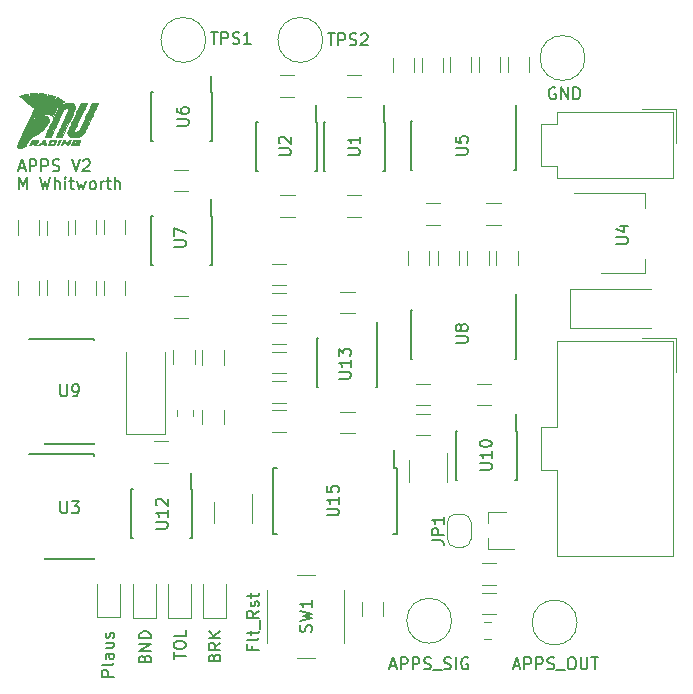
<source format=gbr>
G04 #@! TF.GenerationSoftware,KiCad,Pcbnew,(5.1.0)-1*
G04 #@! TF.CreationDate,2019-10-16T14:10:11+11:00*
G04 #@! TF.ProjectId,APPS,41505053-2e6b-4696-9361-645f70636258,rev?*
G04 #@! TF.SameCoordinates,Original*
G04 #@! TF.FileFunction,Legend,Top*
G04 #@! TF.FilePolarity,Positive*
%FSLAX46Y46*%
G04 Gerber Fmt 4.6, Leading zero omitted, Abs format (unit mm)*
G04 Created by KiCad (PCBNEW (5.1.0)-1) date 2019-10-16 14:10:11*
%MOMM*%
%LPD*%
G04 APERTURE LIST*
%ADD10C,0.150000*%
%ADD11C,0.010000*%
%ADD12C,0.120000*%
G04 APERTURE END LIST*
D10*
X103549885Y-73096380D02*
X103549885Y-72096380D01*
X103883219Y-72810666D01*
X104216552Y-72096380D01*
X104216552Y-73096380D01*
X105359409Y-72096380D02*
X105597504Y-73096380D01*
X105787980Y-72382095D01*
X105978457Y-73096380D01*
X106216552Y-72096380D01*
X106597504Y-73096380D02*
X106597504Y-72096380D01*
X107026076Y-73096380D02*
X107026076Y-72572571D01*
X106978457Y-72477333D01*
X106883219Y-72429714D01*
X106740361Y-72429714D01*
X106645123Y-72477333D01*
X106597504Y-72524952D01*
X107502266Y-73096380D02*
X107502266Y-72429714D01*
X107502266Y-72096380D02*
X107454647Y-72144000D01*
X107502266Y-72191619D01*
X107549885Y-72144000D01*
X107502266Y-72096380D01*
X107502266Y-72191619D01*
X107835600Y-72429714D02*
X108216552Y-72429714D01*
X107978457Y-72096380D02*
X107978457Y-72953523D01*
X108026076Y-73048761D01*
X108121314Y-73096380D01*
X108216552Y-73096380D01*
X108454647Y-72429714D02*
X108645123Y-73096380D01*
X108835600Y-72620190D01*
X109026076Y-73096380D01*
X109216552Y-72429714D01*
X109740361Y-73096380D02*
X109645123Y-73048761D01*
X109597504Y-73001142D01*
X109549885Y-72905904D01*
X109549885Y-72620190D01*
X109597504Y-72524952D01*
X109645123Y-72477333D01*
X109740361Y-72429714D01*
X109883219Y-72429714D01*
X109978457Y-72477333D01*
X110026076Y-72524952D01*
X110073695Y-72620190D01*
X110073695Y-72905904D01*
X110026076Y-73001142D01*
X109978457Y-73048761D01*
X109883219Y-73096380D01*
X109740361Y-73096380D01*
X110502266Y-73096380D02*
X110502266Y-72429714D01*
X110502266Y-72620190D02*
X110549885Y-72524952D01*
X110597504Y-72477333D01*
X110692742Y-72429714D01*
X110787980Y-72429714D01*
X110978457Y-72429714D02*
X111359409Y-72429714D01*
X111121314Y-72096380D02*
X111121314Y-72953523D01*
X111168933Y-73048761D01*
X111264171Y-73096380D01*
X111359409Y-73096380D01*
X111692742Y-73096380D02*
X111692742Y-72096380D01*
X112121314Y-73096380D02*
X112121314Y-72572571D01*
X112073695Y-72477333D01*
X111978457Y-72429714D01*
X111835600Y-72429714D01*
X111740361Y-72477333D01*
X111692742Y-72524952D01*
X103565600Y-71286666D02*
X104041790Y-71286666D01*
X103470361Y-71572380D02*
X103803695Y-70572380D01*
X104137028Y-71572380D01*
X104470361Y-71572380D02*
X104470361Y-70572380D01*
X104851314Y-70572380D01*
X104946552Y-70620000D01*
X104994171Y-70667619D01*
X105041790Y-70762857D01*
X105041790Y-70905714D01*
X104994171Y-71000952D01*
X104946552Y-71048571D01*
X104851314Y-71096190D01*
X104470361Y-71096190D01*
X105470361Y-71572380D02*
X105470361Y-70572380D01*
X105851314Y-70572380D01*
X105946552Y-70620000D01*
X105994171Y-70667619D01*
X106041790Y-70762857D01*
X106041790Y-70905714D01*
X105994171Y-71000952D01*
X105946552Y-71048571D01*
X105851314Y-71096190D01*
X105470361Y-71096190D01*
X106422742Y-71524761D02*
X106565600Y-71572380D01*
X106803695Y-71572380D01*
X106898933Y-71524761D01*
X106946552Y-71477142D01*
X106994171Y-71381904D01*
X106994171Y-71286666D01*
X106946552Y-71191428D01*
X106898933Y-71143809D01*
X106803695Y-71096190D01*
X106613219Y-71048571D01*
X106517980Y-71000952D01*
X106470361Y-70953333D01*
X106422742Y-70858095D01*
X106422742Y-70762857D01*
X106470361Y-70667619D01*
X106517980Y-70620000D01*
X106613219Y-70572380D01*
X106851314Y-70572380D01*
X106994171Y-70620000D01*
X108041790Y-70572380D02*
X108375123Y-71572380D01*
X108708457Y-70572380D01*
X108994171Y-70667619D02*
X109041790Y-70620000D01*
X109137028Y-70572380D01*
X109375123Y-70572380D01*
X109470361Y-70620000D01*
X109517980Y-70667619D01*
X109565600Y-70762857D01*
X109565600Y-70858095D01*
X109517980Y-71000952D01*
X108946552Y-71572380D01*
X109565600Y-71572380D01*
D11*
G36*
X110102962Y-65771774D02*
G01*
X110174244Y-65773755D01*
X110229123Y-65776755D01*
X110262718Y-65780526D01*
X110271011Y-65783760D01*
X110264929Y-65800488D01*
X110247918Y-65840092D01*
X110221836Y-65898438D01*
X110188538Y-65971392D01*
X110149881Y-66054820D01*
X110135152Y-66086319D01*
X110100024Y-66161334D01*
X110054313Y-66259055D01*
X110000063Y-66375107D01*
X109939319Y-66505113D01*
X109874125Y-66644696D01*
X109806526Y-66789481D01*
X109738566Y-66935091D01*
X109692610Y-67033588D01*
X109590554Y-67252401D01*
X109500275Y-67445870D01*
X109420849Y-67615697D01*
X109351350Y-67763586D01*
X109290853Y-67891240D01*
X109238432Y-68000362D01*
X109193164Y-68092656D01*
X109154121Y-68169824D01*
X109120381Y-68233571D01*
X109091016Y-68285599D01*
X109065103Y-68327612D01*
X109041716Y-68361312D01*
X109019929Y-68388404D01*
X108998818Y-68410590D01*
X108977458Y-68429574D01*
X108954923Y-68447060D01*
X108930288Y-68464749D01*
X108905883Y-68482019D01*
X108759736Y-68570419D01*
X108603668Y-68632791D01*
X108552412Y-68647329D01*
X108484439Y-68660116D01*
X108396440Y-68669839D01*
X108298065Y-68676099D01*
X108198959Y-68678498D01*
X108108770Y-68676636D01*
X108037145Y-68670115D01*
X108029835Y-68668928D01*
X107916263Y-68637754D01*
X107822294Y-68588437D01*
X107749778Y-68523316D01*
X107700568Y-68444729D01*
X107676515Y-68355017D01*
X107679469Y-68256517D01*
X107684280Y-68232361D01*
X107692416Y-68210598D01*
X107712084Y-68164228D01*
X107742168Y-68095668D01*
X107781553Y-68007339D01*
X107829122Y-67901659D01*
X107883758Y-67781048D01*
X107944346Y-67647924D01*
X108009770Y-67504706D01*
X108078912Y-67353814D01*
X108150658Y-67197666D01*
X108223890Y-67038682D01*
X108297493Y-66879281D01*
X108370351Y-66721882D01*
X108441346Y-66568903D01*
X108509363Y-66422764D01*
X108573286Y-66285884D01*
X108631999Y-66160683D01*
X108684385Y-66049578D01*
X108729328Y-65954989D01*
X108765712Y-65879336D01*
X108792421Y-65825037D01*
X108808338Y-65794511D01*
X108811520Y-65789383D01*
X108830212Y-65783062D01*
X108871560Y-65778358D01*
X108929741Y-65775226D01*
X108998931Y-65773617D01*
X109073308Y-65773485D01*
X109147048Y-65774783D01*
X109214329Y-65777465D01*
X109269326Y-65781483D01*
X109306216Y-65786790D01*
X109319177Y-65793340D01*
X109319155Y-65793470D01*
X109312506Y-65808933D01*
X109294098Y-65849504D01*
X109264839Y-65913230D01*
X109225635Y-65998153D01*
X109177396Y-66102318D01*
X109121028Y-66223771D01*
X109057439Y-66360553D01*
X108987536Y-66510712D01*
X108912227Y-66672290D01*
X108832421Y-66843331D01*
X108755126Y-67008822D01*
X108672054Y-67186663D01*
X108592697Y-67356683D01*
X108517955Y-67516944D01*
X108448728Y-67665511D01*
X108385917Y-67800446D01*
X108330423Y-67919812D01*
X108283145Y-68021673D01*
X108244985Y-68104092D01*
X108216842Y-68165132D01*
X108199618Y-68202855D01*
X108194188Y-68215322D01*
X108207833Y-68220272D01*
X108243920Y-68222398D01*
X108295174Y-68222032D01*
X108354321Y-68219509D01*
X108414088Y-68215159D01*
X108467201Y-68209317D01*
X108506385Y-68202315D01*
X108511966Y-68200788D01*
X108575261Y-68177477D01*
X108624703Y-68147153D01*
X108666108Y-68104077D01*
X108705289Y-68042508D01*
X108738338Y-67977347D01*
X108750732Y-67951349D01*
X108762915Y-67925735D01*
X108775733Y-67898697D01*
X108790031Y-67868428D01*
X108806655Y-67833120D01*
X108826450Y-67790965D01*
X108850262Y-67740155D01*
X108878936Y-67678882D01*
X108913318Y-67605339D01*
X108954253Y-67517718D01*
X109002586Y-67414211D01*
X109059164Y-67293009D01*
X109124830Y-67152307D01*
X109200432Y-66990294D01*
X109286814Y-66805165D01*
X109384822Y-66595110D01*
X109405060Y-66551735D01*
X109769306Y-65771058D01*
X110020159Y-65771058D01*
X110102962Y-65771774D01*
X110102962Y-65771774D01*
G37*
X110102962Y-65771774D02*
X110174244Y-65773755D01*
X110229123Y-65776755D01*
X110262718Y-65780526D01*
X110271011Y-65783760D01*
X110264929Y-65800488D01*
X110247918Y-65840092D01*
X110221836Y-65898438D01*
X110188538Y-65971392D01*
X110149881Y-66054820D01*
X110135152Y-66086319D01*
X110100024Y-66161334D01*
X110054313Y-66259055D01*
X110000063Y-66375107D01*
X109939319Y-66505113D01*
X109874125Y-66644696D01*
X109806526Y-66789481D01*
X109738566Y-66935091D01*
X109692610Y-67033588D01*
X109590554Y-67252401D01*
X109500275Y-67445870D01*
X109420849Y-67615697D01*
X109351350Y-67763586D01*
X109290853Y-67891240D01*
X109238432Y-68000362D01*
X109193164Y-68092656D01*
X109154121Y-68169824D01*
X109120381Y-68233571D01*
X109091016Y-68285599D01*
X109065103Y-68327612D01*
X109041716Y-68361312D01*
X109019929Y-68388404D01*
X108998818Y-68410590D01*
X108977458Y-68429574D01*
X108954923Y-68447060D01*
X108930288Y-68464749D01*
X108905883Y-68482019D01*
X108759736Y-68570419D01*
X108603668Y-68632791D01*
X108552412Y-68647329D01*
X108484439Y-68660116D01*
X108396440Y-68669839D01*
X108298065Y-68676099D01*
X108198959Y-68678498D01*
X108108770Y-68676636D01*
X108037145Y-68670115D01*
X108029835Y-68668928D01*
X107916263Y-68637754D01*
X107822294Y-68588437D01*
X107749778Y-68523316D01*
X107700568Y-68444729D01*
X107676515Y-68355017D01*
X107679469Y-68256517D01*
X107684280Y-68232361D01*
X107692416Y-68210598D01*
X107712084Y-68164228D01*
X107742168Y-68095668D01*
X107781553Y-68007339D01*
X107829122Y-67901659D01*
X107883758Y-67781048D01*
X107944346Y-67647924D01*
X108009770Y-67504706D01*
X108078912Y-67353814D01*
X108150658Y-67197666D01*
X108223890Y-67038682D01*
X108297493Y-66879281D01*
X108370351Y-66721882D01*
X108441346Y-66568903D01*
X108509363Y-66422764D01*
X108573286Y-66285884D01*
X108631999Y-66160683D01*
X108684385Y-66049578D01*
X108729328Y-65954989D01*
X108765712Y-65879336D01*
X108792421Y-65825037D01*
X108808338Y-65794511D01*
X108811520Y-65789383D01*
X108830212Y-65783062D01*
X108871560Y-65778358D01*
X108929741Y-65775226D01*
X108998931Y-65773617D01*
X109073308Y-65773485D01*
X109147048Y-65774783D01*
X109214329Y-65777465D01*
X109269326Y-65781483D01*
X109306216Y-65786790D01*
X109319177Y-65793340D01*
X109319155Y-65793470D01*
X109312506Y-65808933D01*
X109294098Y-65849504D01*
X109264839Y-65913230D01*
X109225635Y-65998153D01*
X109177396Y-66102318D01*
X109121028Y-66223771D01*
X109057439Y-66360553D01*
X108987536Y-66510712D01*
X108912227Y-66672290D01*
X108832421Y-66843331D01*
X108755126Y-67008822D01*
X108672054Y-67186663D01*
X108592697Y-67356683D01*
X108517955Y-67516944D01*
X108448728Y-67665511D01*
X108385917Y-67800446D01*
X108330423Y-67919812D01*
X108283145Y-68021673D01*
X108244985Y-68104092D01*
X108216842Y-68165132D01*
X108199618Y-68202855D01*
X108194188Y-68215322D01*
X108207833Y-68220272D01*
X108243920Y-68222398D01*
X108295174Y-68222032D01*
X108354321Y-68219509D01*
X108414088Y-68215159D01*
X108467201Y-68209317D01*
X108506385Y-68202315D01*
X108511966Y-68200788D01*
X108575261Y-68177477D01*
X108624703Y-68147153D01*
X108666108Y-68104077D01*
X108705289Y-68042508D01*
X108738338Y-67977347D01*
X108750732Y-67951349D01*
X108762915Y-67925735D01*
X108775733Y-67898697D01*
X108790031Y-67868428D01*
X108806655Y-67833120D01*
X108826450Y-67790965D01*
X108850262Y-67740155D01*
X108878936Y-67678882D01*
X108913318Y-67605339D01*
X108954253Y-67517718D01*
X109002586Y-67414211D01*
X109059164Y-67293009D01*
X109124830Y-67152307D01*
X109200432Y-66990294D01*
X109286814Y-66805165D01*
X109384822Y-66595110D01*
X109405060Y-66551735D01*
X109769306Y-65771058D01*
X110020159Y-65771058D01*
X110102962Y-65771774D01*
G36*
X107867139Y-65780065D02*
G01*
X107934943Y-65781810D01*
X107985622Y-65785563D01*
X108025552Y-65792022D01*
X108061109Y-65801885D01*
X108095678Y-65814662D01*
X108192487Y-65865880D01*
X108266150Y-65932266D01*
X108315095Y-66011247D01*
X108337750Y-66100253D01*
X108332543Y-66196711D01*
X108331708Y-66200808D01*
X108322413Y-66228327D01*
X108300977Y-66281305D01*
X108268089Y-66358211D01*
X108224439Y-66457517D01*
X108170715Y-66577692D01*
X108107606Y-66717206D01*
X108035801Y-66874531D01*
X107955990Y-67048136D01*
X107868861Y-67236493D01*
X107775103Y-67438070D01*
X107755689Y-67479680D01*
X107196752Y-68677117D01*
X106953276Y-68681235D01*
X106870729Y-68681942D01*
X106798754Y-68681253D01*
X106742615Y-68679322D01*
X106707574Y-68676305D01*
X106698531Y-68673765D01*
X106702302Y-68658238D01*
X106717642Y-68618516D01*
X106743317Y-68557406D01*
X106778091Y-68477713D01*
X106820729Y-68382242D01*
X106869997Y-68273798D01*
X106924660Y-68155188D01*
X106963420Y-68072000D01*
X107026935Y-67936203D01*
X107091180Y-67798740D01*
X107154026Y-67664171D01*
X107213344Y-67537059D01*
X107267006Y-67421966D01*
X107312884Y-67323454D01*
X107348848Y-67246083D01*
X107357318Y-67227823D01*
X107398022Y-67140159D01*
X107447874Y-67033019D01*
X107503340Y-66913987D01*
X107560885Y-66790644D01*
X107616975Y-66670574D01*
X107646350Y-66607764D01*
X107817641Y-66241706D01*
X107688415Y-66237209D01*
X107605163Y-66236098D01*
X107535688Y-66240873D01*
X107476987Y-66254181D01*
X107426053Y-66278671D01*
X107379881Y-66316991D01*
X107335467Y-66371788D01*
X107289806Y-66445711D01*
X107239892Y-66541407D01*
X107182720Y-66661524D01*
X107166144Y-66697411D01*
X107118709Y-66800347D01*
X107070175Y-66905378D01*
X107023680Y-67005734D01*
X106982364Y-67094642D01*
X106949364Y-67165330D01*
X106941072Y-67183000D01*
X106918923Y-67230220D01*
X106885789Y-67301013D01*
X106843313Y-67391865D01*
X106793134Y-67499264D01*
X106736893Y-67619697D01*
X106676230Y-67749652D01*
X106612788Y-67885616D01*
X106553728Y-68012235D01*
X106243660Y-68677117D01*
X105993747Y-68681214D01*
X105895104Y-68682220D01*
X105823549Y-68681431D01*
X105776334Y-68678698D01*
X105750709Y-68673871D01*
X105743835Y-68667663D01*
X105749955Y-68650555D01*
X105767386Y-68609486D01*
X105794739Y-68547546D01*
X105830623Y-68467822D01*
X105873645Y-68373401D01*
X105922416Y-68267373D01*
X105975545Y-68152825D01*
X105981228Y-68140625D01*
X106109019Y-67866493D01*
X106224830Y-67618234D01*
X106329249Y-67394611D01*
X106422860Y-67194386D01*
X106506251Y-67016320D01*
X106580008Y-66859175D01*
X106644718Y-66721714D01*
X106700966Y-66602698D01*
X106749339Y-66500889D01*
X106790423Y-66415049D01*
X106824806Y-66343940D01*
X106853072Y-66286323D01*
X106875810Y-66240962D01*
X106893604Y-66206617D01*
X106907041Y-66182051D01*
X106915653Y-66167656D01*
X106995762Y-66067275D01*
X107099842Y-65975923D01*
X107222463Y-65897292D01*
X107358193Y-65835076D01*
X107447129Y-65806206D01*
X107499166Y-65794510D01*
X107559243Y-65786554D01*
X107633743Y-65781821D01*
X107729049Y-65779796D01*
X107775835Y-65779629D01*
X107867139Y-65780065D01*
X107867139Y-65780065D01*
G37*
X107867139Y-65780065D02*
X107934943Y-65781810D01*
X107985622Y-65785563D01*
X108025552Y-65792022D01*
X108061109Y-65801885D01*
X108095678Y-65814662D01*
X108192487Y-65865880D01*
X108266150Y-65932266D01*
X108315095Y-66011247D01*
X108337750Y-66100253D01*
X108332543Y-66196711D01*
X108331708Y-66200808D01*
X108322413Y-66228327D01*
X108300977Y-66281305D01*
X108268089Y-66358211D01*
X108224439Y-66457517D01*
X108170715Y-66577692D01*
X108107606Y-66717206D01*
X108035801Y-66874531D01*
X107955990Y-67048136D01*
X107868861Y-67236493D01*
X107775103Y-67438070D01*
X107755689Y-67479680D01*
X107196752Y-68677117D01*
X106953276Y-68681235D01*
X106870729Y-68681942D01*
X106798754Y-68681253D01*
X106742615Y-68679322D01*
X106707574Y-68676305D01*
X106698531Y-68673765D01*
X106702302Y-68658238D01*
X106717642Y-68618516D01*
X106743317Y-68557406D01*
X106778091Y-68477713D01*
X106820729Y-68382242D01*
X106869997Y-68273798D01*
X106924660Y-68155188D01*
X106963420Y-68072000D01*
X107026935Y-67936203D01*
X107091180Y-67798740D01*
X107154026Y-67664171D01*
X107213344Y-67537059D01*
X107267006Y-67421966D01*
X107312884Y-67323454D01*
X107348848Y-67246083D01*
X107357318Y-67227823D01*
X107398022Y-67140159D01*
X107447874Y-67033019D01*
X107503340Y-66913987D01*
X107560885Y-66790644D01*
X107616975Y-66670574D01*
X107646350Y-66607764D01*
X107817641Y-66241706D01*
X107688415Y-66237209D01*
X107605163Y-66236098D01*
X107535688Y-66240873D01*
X107476987Y-66254181D01*
X107426053Y-66278671D01*
X107379881Y-66316991D01*
X107335467Y-66371788D01*
X107289806Y-66445711D01*
X107239892Y-66541407D01*
X107182720Y-66661524D01*
X107166144Y-66697411D01*
X107118709Y-66800347D01*
X107070175Y-66905378D01*
X107023680Y-67005734D01*
X106982364Y-67094642D01*
X106949364Y-67165330D01*
X106941072Y-67183000D01*
X106918923Y-67230220D01*
X106885789Y-67301013D01*
X106843313Y-67391865D01*
X106793134Y-67499264D01*
X106736893Y-67619697D01*
X106676230Y-67749652D01*
X106612788Y-67885616D01*
X106553728Y-68012235D01*
X106243660Y-68677117D01*
X105993747Y-68681214D01*
X105895104Y-68682220D01*
X105823549Y-68681431D01*
X105776334Y-68678698D01*
X105750709Y-68673871D01*
X105743835Y-68667663D01*
X105749955Y-68650555D01*
X105767386Y-68609486D01*
X105794739Y-68547546D01*
X105830623Y-68467822D01*
X105873645Y-68373401D01*
X105922416Y-68267373D01*
X105975545Y-68152825D01*
X105981228Y-68140625D01*
X106109019Y-67866493D01*
X106224830Y-67618234D01*
X106329249Y-67394611D01*
X106422860Y-67194386D01*
X106506251Y-67016320D01*
X106580008Y-66859175D01*
X106644718Y-66721714D01*
X106700966Y-66602698D01*
X106749339Y-66500889D01*
X106790423Y-66415049D01*
X106824806Y-66343940D01*
X106853072Y-66286323D01*
X106875810Y-66240962D01*
X106893604Y-66206617D01*
X106907041Y-66182051D01*
X106915653Y-66167656D01*
X106995762Y-66067275D01*
X107099842Y-65975923D01*
X107222463Y-65897292D01*
X107358193Y-65835076D01*
X107447129Y-65806206D01*
X107499166Y-65794510D01*
X107559243Y-65786554D01*
X107633743Y-65781821D01*
X107729049Y-65779796D01*
X107775835Y-65779629D01*
X107867139Y-65780065D01*
G36*
X108628572Y-68924921D02*
G01*
X108685457Y-68927214D01*
X108724085Y-68932066D01*
X108748320Y-68939890D01*
X108762028Y-68951104D01*
X108767374Y-68961048D01*
X108768356Y-68996214D01*
X108752104Y-69031507D01*
X108725602Y-69054876D01*
X108710995Y-69058321D01*
X108670126Y-69062496D01*
X108646158Y-69067534D01*
X108619728Y-69068939D01*
X108612541Y-69052389D01*
X108608995Y-69042065D01*
X108595189Y-69035129D01*
X108566370Y-69030940D01*
X108517782Y-69028858D01*
X108444674Y-69028241D01*
X108433498Y-69028235D01*
X108254456Y-69028235D01*
X108218555Y-69099206D01*
X108192259Y-69153181D01*
X108167539Y-69207083D01*
X108159301Y-69226206D01*
X108135948Y-69282235D01*
X108319552Y-69282235D01*
X108396287Y-69282029D01*
X108448525Y-69280744D01*
X108481653Y-69277377D01*
X108501056Y-69270924D01*
X108512121Y-69260384D01*
X108520175Y-69244882D01*
X108537194Y-69207529D01*
X108440397Y-69207529D01*
X108391024Y-69206576D01*
X108356148Y-69204084D01*
X108343600Y-69200761D01*
X108349135Y-69183666D01*
X108360939Y-69155938D01*
X108369483Y-69139528D01*
X108381049Y-69128679D01*
X108401287Y-69122239D01*
X108435851Y-69119060D01*
X108490392Y-69117991D01*
X108548007Y-69117882D01*
X108717736Y-69117882D01*
X108689594Y-69173911D01*
X108663357Y-69227219D01*
X108637126Y-69282049D01*
X108634982Y-69286628D01*
X108616877Y-69320398D01*
X108595554Y-69345645D01*
X108566665Y-69363560D01*
X108525862Y-69375333D01*
X108468798Y-69382155D01*
X108391128Y-69385216D01*
X108288502Y-69385705D01*
X108273371Y-69385644D01*
X108188818Y-69384820D01*
X108114133Y-69383290D01*
X108054692Y-69381227D01*
X108015871Y-69378804D01*
X108003688Y-69376928D01*
X107988338Y-69360017D01*
X107987650Y-69325995D01*
X108002126Y-69272680D01*
X108032266Y-69197886D01*
X108057353Y-69143319D01*
X108092027Y-69070603D01*
X108120629Y-69016744D01*
X108148371Y-68978823D01*
X108180462Y-68953921D01*
X108222112Y-68939119D01*
X108278532Y-68931496D01*
X108354931Y-68928133D01*
X108444568Y-68926346D01*
X108549564Y-68924770D01*
X108628572Y-68924921D01*
X108628572Y-68924921D01*
G37*
X108628572Y-68924921D02*
X108685457Y-68927214D01*
X108724085Y-68932066D01*
X108748320Y-68939890D01*
X108762028Y-68951104D01*
X108767374Y-68961048D01*
X108768356Y-68996214D01*
X108752104Y-69031507D01*
X108725602Y-69054876D01*
X108710995Y-69058321D01*
X108670126Y-69062496D01*
X108646158Y-69067534D01*
X108619728Y-69068939D01*
X108612541Y-69052389D01*
X108608995Y-69042065D01*
X108595189Y-69035129D01*
X108566370Y-69030940D01*
X108517782Y-69028858D01*
X108444674Y-69028241D01*
X108433498Y-69028235D01*
X108254456Y-69028235D01*
X108218555Y-69099206D01*
X108192259Y-69153181D01*
X108167539Y-69207083D01*
X108159301Y-69226206D01*
X108135948Y-69282235D01*
X108319552Y-69282235D01*
X108396287Y-69282029D01*
X108448525Y-69280744D01*
X108481653Y-69277377D01*
X108501056Y-69270924D01*
X108512121Y-69260384D01*
X108520175Y-69244882D01*
X108537194Y-69207529D01*
X108440397Y-69207529D01*
X108391024Y-69206576D01*
X108356148Y-69204084D01*
X108343600Y-69200761D01*
X108349135Y-69183666D01*
X108360939Y-69155938D01*
X108369483Y-69139528D01*
X108381049Y-69128679D01*
X108401287Y-69122239D01*
X108435851Y-69119060D01*
X108490392Y-69117991D01*
X108548007Y-69117882D01*
X108717736Y-69117882D01*
X108689594Y-69173911D01*
X108663357Y-69227219D01*
X108637126Y-69282049D01*
X108634982Y-69286628D01*
X108616877Y-69320398D01*
X108595554Y-69345645D01*
X108566665Y-69363560D01*
X108525862Y-69375333D01*
X108468798Y-69382155D01*
X108391128Y-69385216D01*
X108288502Y-69385705D01*
X108273371Y-69385644D01*
X108188818Y-69384820D01*
X108114133Y-69383290D01*
X108054692Y-69381227D01*
X108015871Y-69378804D01*
X108003688Y-69376928D01*
X107988338Y-69360017D01*
X107987650Y-69325995D01*
X108002126Y-69272680D01*
X108032266Y-69197886D01*
X108057353Y-69143319D01*
X108092027Y-69070603D01*
X108120629Y-69016744D01*
X108148371Y-68978823D01*
X108180462Y-68953921D01*
X108222112Y-68939119D01*
X108278532Y-68931496D01*
X108354931Y-68928133D01*
X108444568Y-68926346D01*
X108549564Y-68924770D01*
X108628572Y-68924921D01*
G36*
X107932163Y-68925119D02*
G01*
X107953430Y-68928802D01*
X107955129Y-68930382D01*
X107949117Y-68945497D01*
X107932491Y-68982989D01*
X107907364Y-69038201D01*
X107875851Y-69106473D01*
X107851734Y-69158235D01*
X107813178Y-69240234D01*
X107784473Y-69299064D01*
X107762930Y-69338679D01*
X107745861Y-69363036D01*
X107730579Y-69376090D01*
X107714396Y-69381795D01*
X107698475Y-69383774D01*
X107676394Y-69383933D01*
X107655609Y-69377819D01*
X107631601Y-69361991D01*
X107599853Y-69333010D01*
X107555844Y-69287435D01*
X107516939Y-69245568D01*
X107466857Y-69192265D01*
X107423626Y-69148021D01*
X107391409Y-69116972D01*
X107374372Y-69103252D01*
X107373291Y-69102941D01*
X107362561Y-69115693D01*
X107342981Y-69150150D01*
X107317619Y-69200612D01*
X107296942Y-69244882D01*
X107232568Y-69386823D01*
X107166780Y-69386823D01*
X107128451Y-69384238D01*
X107107451Y-69377701D01*
X107105972Y-69373873D01*
X107113763Y-69356580D01*
X107132084Y-69317139D01*
X107158663Y-69260402D01*
X107191229Y-69191223D01*
X107214343Y-69142284D01*
X107253078Y-69060869D01*
X107281853Y-69002659D01*
X107303318Y-68963768D01*
X107320124Y-68940309D01*
X107334923Y-68928397D01*
X107350364Y-68924146D01*
X107363487Y-68923647D01*
X107385961Y-68927060D01*
X107411461Y-68939427D01*
X107444205Y-68963942D01*
X107488408Y-69003795D01*
X107548290Y-69062180D01*
X107554006Y-69067868D01*
X107698770Y-69212089D01*
X107833560Y-68923647D01*
X107894344Y-68923647D01*
X107932163Y-68925119D01*
X107932163Y-68925119D01*
G37*
X107932163Y-68925119D02*
X107953430Y-68928802D01*
X107955129Y-68930382D01*
X107949117Y-68945497D01*
X107932491Y-68982989D01*
X107907364Y-69038201D01*
X107875851Y-69106473D01*
X107851734Y-69158235D01*
X107813178Y-69240234D01*
X107784473Y-69299064D01*
X107762930Y-69338679D01*
X107745861Y-69363036D01*
X107730579Y-69376090D01*
X107714396Y-69381795D01*
X107698475Y-69383774D01*
X107676394Y-69383933D01*
X107655609Y-69377819D01*
X107631601Y-69361991D01*
X107599853Y-69333010D01*
X107555844Y-69287435D01*
X107516939Y-69245568D01*
X107466857Y-69192265D01*
X107423626Y-69148021D01*
X107391409Y-69116972D01*
X107374372Y-69103252D01*
X107373291Y-69102941D01*
X107362561Y-69115693D01*
X107342981Y-69150150D01*
X107317619Y-69200612D01*
X107296942Y-69244882D01*
X107232568Y-69386823D01*
X107166780Y-69386823D01*
X107128451Y-69384238D01*
X107107451Y-69377701D01*
X107105972Y-69373873D01*
X107113763Y-69356580D01*
X107132084Y-69317139D01*
X107158663Y-69260402D01*
X107191229Y-69191223D01*
X107214343Y-69142284D01*
X107253078Y-69060869D01*
X107281853Y-69002659D01*
X107303318Y-68963768D01*
X107320124Y-68940309D01*
X107334923Y-68928397D01*
X107350364Y-68924146D01*
X107363487Y-68923647D01*
X107385961Y-68927060D01*
X107411461Y-68939427D01*
X107444205Y-68963942D01*
X107488408Y-69003795D01*
X107548290Y-69062180D01*
X107554006Y-69067868D01*
X107698770Y-69212089D01*
X107833560Y-68923647D01*
X107894344Y-68923647D01*
X107932163Y-68925119D01*
G36*
X107099757Y-68927140D02*
G01*
X107103482Y-68929216D01*
X107097435Y-68944476D01*
X107080708Y-68982078D01*
X107055427Y-69037365D01*
X107023713Y-69105678D01*
X106999232Y-69157887D01*
X106894982Y-69379353D01*
X106827409Y-69383906D01*
X106787480Y-69384247D01*
X106763675Y-69379899D01*
X106760671Y-69376436D01*
X106766992Y-69359446D01*
X106783912Y-69320295D01*
X106809261Y-69263840D01*
X106840870Y-69194936D01*
X106862814Y-69147764D01*
X106964120Y-68931117D01*
X107033801Y-68926563D01*
X107074691Y-68925271D01*
X107099757Y-68927140D01*
X107099757Y-68927140D01*
G37*
X107099757Y-68927140D02*
X107103482Y-68929216D01*
X107097435Y-68944476D01*
X107080708Y-68982078D01*
X107055427Y-69037365D01*
X107023713Y-69105678D01*
X106999232Y-69157887D01*
X106894982Y-69379353D01*
X106827409Y-69383906D01*
X106787480Y-69384247D01*
X106763675Y-69379899D01*
X106760671Y-69376436D01*
X106766992Y-69359446D01*
X106783912Y-69320295D01*
X106809261Y-69263840D01*
X106840870Y-69194936D01*
X106862814Y-69147764D01*
X106964120Y-68931117D01*
X107033801Y-68926563D01*
X107074691Y-68925271D01*
X107099757Y-68927140D01*
G36*
X106637190Y-68927257D02*
G01*
X106690176Y-68932886D01*
X106723342Y-68943182D01*
X106740017Y-68959010D01*
X106743532Y-68981234D01*
X106740275Y-68999763D01*
X106716827Y-69054132D01*
X106676659Y-69085963D01*
X106628575Y-69098429D01*
X106586137Y-69102186D01*
X106568638Y-69095882D01*
X106571817Y-69075812D01*
X106581066Y-69057135D01*
X106586354Y-69044425D01*
X106582783Y-69036118D01*
X106565648Y-69031282D01*
X106530243Y-69028983D01*
X106471861Y-69028289D01*
X106435390Y-69028251D01*
X106274247Y-69028268D01*
X106221953Y-69142985D01*
X106197430Y-69196930D01*
X106177760Y-69240480D01*
X106166184Y-69266448D01*
X106164678Y-69269969D01*
X106176465Y-69274975D01*
X106212232Y-69278996D01*
X106266079Y-69281556D01*
X106317441Y-69282235D01*
X106475185Y-69282235D01*
X106498650Y-69236860D01*
X106517107Y-69207377D01*
X106538431Y-69197361D01*
X106575335Y-69201105D01*
X106577474Y-69201489D01*
X106614794Y-69209189D01*
X106636894Y-69215548D01*
X106638581Y-69216503D01*
X106638718Y-69234154D01*
X106625468Y-69266177D01*
X106603748Y-69303321D01*
X106578471Y-69336335D01*
X106570708Y-69344259D01*
X106555283Y-69357363D01*
X106537895Y-69366858D01*
X106513574Y-69373449D01*
X106477348Y-69377842D01*
X106424247Y-69380741D01*
X106349301Y-69382852D01*
X106290073Y-69384067D01*
X106197659Y-69385502D01*
X106130471Y-69385446D01*
X106083873Y-69383548D01*
X106053232Y-69379458D01*
X106033913Y-69372827D01*
X106021786Y-69363816D01*
X106010131Y-69350214D01*
X106004797Y-69334941D01*
X106007073Y-69313151D01*
X106018253Y-69279996D01*
X106039628Y-69230626D01*
X106072489Y-69160196D01*
X106080628Y-69142999D01*
X106116110Y-69069186D01*
X106146005Y-69014891D01*
X106175724Y-68977015D01*
X106210675Y-68952457D01*
X106256266Y-68938120D01*
X106317906Y-68930905D01*
X106401004Y-68927713D01*
X106458436Y-68926537D01*
X106561053Y-68925429D01*
X106637190Y-68927257D01*
X106637190Y-68927257D01*
G37*
X106637190Y-68927257D02*
X106690176Y-68932886D01*
X106723342Y-68943182D01*
X106740017Y-68959010D01*
X106743532Y-68981234D01*
X106740275Y-68999763D01*
X106716827Y-69054132D01*
X106676659Y-69085963D01*
X106628575Y-69098429D01*
X106586137Y-69102186D01*
X106568638Y-69095882D01*
X106571817Y-69075812D01*
X106581066Y-69057135D01*
X106586354Y-69044425D01*
X106582783Y-69036118D01*
X106565648Y-69031282D01*
X106530243Y-69028983D01*
X106471861Y-69028289D01*
X106435390Y-69028251D01*
X106274247Y-69028268D01*
X106221953Y-69142985D01*
X106197430Y-69196930D01*
X106177760Y-69240480D01*
X106166184Y-69266448D01*
X106164678Y-69269969D01*
X106176465Y-69274975D01*
X106212232Y-69278996D01*
X106266079Y-69281556D01*
X106317441Y-69282235D01*
X106475185Y-69282235D01*
X106498650Y-69236860D01*
X106517107Y-69207377D01*
X106538431Y-69197361D01*
X106575335Y-69201105D01*
X106577474Y-69201489D01*
X106614794Y-69209189D01*
X106636894Y-69215548D01*
X106638581Y-69216503D01*
X106638718Y-69234154D01*
X106625468Y-69266177D01*
X106603748Y-69303321D01*
X106578471Y-69336335D01*
X106570708Y-69344259D01*
X106555283Y-69357363D01*
X106537895Y-69366858D01*
X106513574Y-69373449D01*
X106477348Y-69377842D01*
X106424247Y-69380741D01*
X106349301Y-69382852D01*
X106290073Y-69384067D01*
X106197659Y-69385502D01*
X106130471Y-69385446D01*
X106083873Y-69383548D01*
X106053232Y-69379458D01*
X106033913Y-69372827D01*
X106021786Y-69363816D01*
X106010131Y-69350214D01*
X106004797Y-69334941D01*
X106007073Y-69313151D01*
X106018253Y-69279996D01*
X106039628Y-69230626D01*
X106072489Y-69160196D01*
X106080628Y-69142999D01*
X106116110Y-69069186D01*
X106146005Y-69014891D01*
X106175724Y-68977015D01*
X106210675Y-68952457D01*
X106256266Y-68938120D01*
X106317906Y-68930905D01*
X106401004Y-68927713D01*
X106458436Y-68926537D01*
X106561053Y-68925429D01*
X106637190Y-68927257D01*
G36*
X105749051Y-68924645D02*
G01*
X105771577Y-68926421D01*
X105773842Y-68927382D01*
X105776974Y-68942471D01*
X105785523Y-68981585D01*
X105798356Y-69039594D01*
X105814342Y-69111367D01*
X105823377Y-69151768D01*
X105840093Y-69228881D01*
X105853426Y-69295213D01*
X105862408Y-69345541D01*
X105866071Y-69374642D01*
X105865586Y-69379621D01*
X105847669Y-69383830D01*
X105810221Y-69386424D01*
X105786168Y-69386823D01*
X105742111Y-69385048D01*
X105720514Y-69377788D01*
X105714068Y-69362142D01*
X105713953Y-69358163D01*
X105712197Y-69325672D01*
X105703572Y-69304059D01*
X105683046Y-69291117D01*
X105645582Y-69284644D01*
X105586147Y-69282433D01*
X105540574Y-69282235D01*
X105385333Y-69282235D01*
X105327449Y-69334529D01*
X105284568Y-69368178D01*
X105245857Y-69383625D01*
X105206632Y-69386823D01*
X105169301Y-69383766D01*
X105149639Y-69376059D01*
X105148678Y-69372121D01*
X105160924Y-69358358D01*
X105192416Y-69328053D01*
X105239834Y-69284256D01*
X105299861Y-69230015D01*
X105343407Y-69191294D01*
X105482364Y-69191294D01*
X105687806Y-69192588D01*
X105678467Y-69145897D01*
X105671709Y-69103377D01*
X105669129Y-69071191D01*
X105666549Y-69051329D01*
X105656311Y-69046385D01*
X105634665Y-69058017D01*
X105597863Y-69087879D01*
X105564541Y-69117400D01*
X105482364Y-69191294D01*
X105343407Y-69191294D01*
X105369177Y-69168380D01*
X105400188Y-69141085D01*
X105481287Y-69070171D01*
X105543583Y-69016681D01*
X105590583Y-68978159D01*
X105625795Y-68952151D01*
X105652728Y-68936204D01*
X105674891Y-68927862D01*
X105695792Y-68924671D01*
X105710217Y-68924198D01*
X105749051Y-68924645D01*
X105749051Y-68924645D01*
G37*
X105749051Y-68924645D02*
X105771577Y-68926421D01*
X105773842Y-68927382D01*
X105776974Y-68942471D01*
X105785523Y-68981585D01*
X105798356Y-69039594D01*
X105814342Y-69111367D01*
X105823377Y-69151768D01*
X105840093Y-69228881D01*
X105853426Y-69295213D01*
X105862408Y-69345541D01*
X105866071Y-69374642D01*
X105865586Y-69379621D01*
X105847669Y-69383830D01*
X105810221Y-69386424D01*
X105786168Y-69386823D01*
X105742111Y-69385048D01*
X105720514Y-69377788D01*
X105714068Y-69362142D01*
X105713953Y-69358163D01*
X105712197Y-69325672D01*
X105703572Y-69304059D01*
X105683046Y-69291117D01*
X105645582Y-69284644D01*
X105586147Y-69282433D01*
X105540574Y-69282235D01*
X105385333Y-69282235D01*
X105327449Y-69334529D01*
X105284568Y-69368178D01*
X105245857Y-69383625D01*
X105206632Y-69386823D01*
X105169301Y-69383766D01*
X105149639Y-69376059D01*
X105148678Y-69372121D01*
X105160924Y-69358358D01*
X105192416Y-69328053D01*
X105239834Y-69284256D01*
X105299861Y-69230015D01*
X105343407Y-69191294D01*
X105482364Y-69191294D01*
X105687806Y-69192588D01*
X105678467Y-69145897D01*
X105671709Y-69103377D01*
X105669129Y-69071191D01*
X105666549Y-69051329D01*
X105656311Y-69046385D01*
X105634665Y-69058017D01*
X105597863Y-69087879D01*
X105564541Y-69117400D01*
X105482364Y-69191294D01*
X105343407Y-69191294D01*
X105369177Y-69168380D01*
X105400188Y-69141085D01*
X105481287Y-69070171D01*
X105543583Y-69016681D01*
X105590583Y-68978159D01*
X105625795Y-68952151D01*
X105652728Y-68936204D01*
X105674891Y-68927862D01*
X105695792Y-68924671D01*
X105710217Y-68924198D01*
X105749051Y-68924645D01*
G36*
X104977436Y-68924580D02*
G01*
X105054844Y-68927189D01*
X105115105Y-68931185D01*
X105153114Y-68936280D01*
X105162111Y-68939114D01*
X105184551Y-68960592D01*
X105188908Y-68994436D01*
X105175211Y-69045315D01*
X105162930Y-69075555D01*
X105120027Y-69148869D01*
X105065119Y-69196128D01*
X104998874Y-69219109D01*
X104936459Y-69229941D01*
X105073799Y-69386823D01*
X104884324Y-69386823D01*
X104820143Y-69304647D01*
X104784343Y-69260833D01*
X104757718Y-69236102D01*
X104732242Y-69225101D01*
X104699887Y-69222478D01*
X104696887Y-69222470D01*
X104663407Y-69224011D01*
X104641785Y-69232973D01*
X104624463Y-69255862D01*
X104603887Y-69299187D01*
X104601469Y-69304647D01*
X104565126Y-69386823D01*
X104495824Y-69386823D01*
X104456230Y-69384293D01*
X104433685Y-69377861D01*
X104431502Y-69373523D01*
X104439291Y-69356102D01*
X104457604Y-69316546D01*
X104484166Y-69259721D01*
X104516705Y-69190497D01*
X104539617Y-69141934D01*
X104553096Y-69113405D01*
X104697921Y-69113405D01*
X104711806Y-69117889D01*
X104749381Y-69120691D01*
X104804490Y-69121527D01*
X104854918Y-69120654D01*
X104924958Y-69118273D01*
X104971194Y-69115098D01*
X104999697Y-69109546D01*
X105016535Y-69100031D01*
X105027777Y-69084969D01*
X105033648Y-69073989D01*
X105046061Y-69042263D01*
X105046331Y-69023053D01*
X105045984Y-69022659D01*
X105027925Y-69018667D01*
X104986928Y-69015522D01*
X104929935Y-69013642D01*
X104890081Y-69013294D01*
X104743543Y-69013294D01*
X104720748Y-69057375D01*
X104705046Y-69091025D01*
X104697955Y-69112709D01*
X104697921Y-69113405D01*
X104553096Y-69113405D01*
X104642752Y-68923647D01*
X104887981Y-68923647D01*
X104977436Y-68924580D01*
X104977436Y-68924580D01*
G37*
X104977436Y-68924580D02*
X105054844Y-68927189D01*
X105115105Y-68931185D01*
X105153114Y-68936280D01*
X105162111Y-68939114D01*
X105184551Y-68960592D01*
X105188908Y-68994436D01*
X105175211Y-69045315D01*
X105162930Y-69075555D01*
X105120027Y-69148869D01*
X105065119Y-69196128D01*
X104998874Y-69219109D01*
X104936459Y-69229941D01*
X105073799Y-69386823D01*
X104884324Y-69386823D01*
X104820143Y-69304647D01*
X104784343Y-69260833D01*
X104757718Y-69236102D01*
X104732242Y-69225101D01*
X104699887Y-69222478D01*
X104696887Y-69222470D01*
X104663407Y-69224011D01*
X104641785Y-69232973D01*
X104624463Y-69255862D01*
X104603887Y-69299187D01*
X104601469Y-69304647D01*
X104565126Y-69386823D01*
X104495824Y-69386823D01*
X104456230Y-69384293D01*
X104433685Y-69377861D01*
X104431502Y-69373523D01*
X104439291Y-69356102D01*
X104457604Y-69316546D01*
X104484166Y-69259721D01*
X104516705Y-69190497D01*
X104539617Y-69141934D01*
X104553096Y-69113405D01*
X104697921Y-69113405D01*
X104711806Y-69117889D01*
X104749381Y-69120691D01*
X104804490Y-69121527D01*
X104854918Y-69120654D01*
X104924958Y-69118273D01*
X104971194Y-69115098D01*
X104999697Y-69109546D01*
X105016535Y-69100031D01*
X105027777Y-69084969D01*
X105033648Y-69073989D01*
X105046061Y-69042263D01*
X105046331Y-69023053D01*
X105045984Y-69022659D01*
X105027925Y-69018667D01*
X104986928Y-69015522D01*
X104929935Y-69013642D01*
X104890081Y-69013294D01*
X104743543Y-69013294D01*
X104720748Y-69057375D01*
X104705046Y-69091025D01*
X104697955Y-69112709D01*
X104697921Y-69113405D01*
X104553096Y-69113405D01*
X104642752Y-68923647D01*
X104887981Y-68923647D01*
X104977436Y-68924580D01*
G36*
X105116936Y-65065088D02*
G01*
X105134577Y-65116555D01*
X105149774Y-65156433D01*
X105159375Y-65176474D01*
X105159666Y-65176822D01*
X105169199Y-65169194D01*
X105185982Y-65139349D01*
X105206893Y-65093095D01*
X105213846Y-65076031D01*
X105258247Y-64964359D01*
X105373527Y-64964297D01*
X105420689Y-64965914D01*
X105483326Y-64970327D01*
X105555107Y-64976819D01*
X105629697Y-64984672D01*
X105700765Y-64993168D01*
X105761978Y-65001591D01*
X105807003Y-65009221D01*
X105829508Y-65015343D01*
X105830541Y-65016078D01*
X105834977Y-65032052D01*
X105842522Y-65070302D01*
X105851781Y-65123563D01*
X105854862Y-65142497D01*
X105864669Y-65199417D01*
X105873655Y-65244013D01*
X105880272Y-65268824D01*
X105881600Y-65271333D01*
X105892997Y-65264221D01*
X105914316Y-65238107D01*
X105930331Y-65214803D01*
X105963264Y-65165595D01*
X105996749Y-65117772D01*
X106007252Y-65103401D01*
X106042715Y-65055801D01*
X106151010Y-65085281D01*
X106212341Y-65102865D01*
X106290123Y-65126431D01*
X106372516Y-65152348D01*
X106421831Y-65168369D01*
X106584356Y-65221977D01*
X106577195Y-65370676D01*
X106570035Y-65519375D01*
X106678452Y-65411682D01*
X106786869Y-65303988D01*
X106971323Y-65400540D01*
X107058064Y-65447031D01*
X107143644Y-65494858D01*
X107224291Y-65541701D01*
X107296230Y-65585240D01*
X107355687Y-65623154D01*
X107398888Y-65653125D01*
X107422060Y-65672832D01*
X107424506Y-65679132D01*
X107406725Y-65688534D01*
X107369302Y-65704138D01*
X107327017Y-65720106D01*
X107203370Y-65775014D01*
X107087996Y-65848610D01*
X106973697Y-65945618D01*
X106953329Y-65965294D01*
X106892906Y-66028052D01*
X106841243Y-66090506D01*
X106794281Y-66158893D01*
X106747963Y-66239450D01*
X106698231Y-66338412D01*
X106666519Y-66406058D01*
X106632589Y-66479289D01*
X106591047Y-66568257D01*
X106547152Y-66661733D01*
X106506164Y-66748486D01*
X106506128Y-66748563D01*
X106414533Y-66941655D01*
X106387466Y-66897974D01*
X106328895Y-66827019D01*
X106250427Y-66772832D01*
X106149624Y-66734102D01*
X106041070Y-66711848D01*
X105918982Y-66703240D01*
X105781085Y-66708581D01*
X105637288Y-66726602D01*
X105497498Y-66756035D01*
X105371625Y-66795613D01*
X105364188Y-66798495D01*
X105291483Y-66827054D01*
X105506453Y-66837112D01*
X105592059Y-66842259D01*
X105674822Y-66849254D01*
X105746327Y-66857257D01*
X105798157Y-66865423D01*
X105805803Y-66867091D01*
X105915168Y-66904293D01*
X106002203Y-66958271D01*
X106065487Y-67027619D01*
X106103601Y-67110925D01*
X106114310Y-67173295D01*
X106108570Y-67263102D01*
X106081042Y-67366438D01*
X106033979Y-67479084D01*
X105969635Y-67596821D01*
X105890264Y-67715430D01*
X105798119Y-67830694D01*
X105716627Y-67917754D01*
X105578105Y-68043887D01*
X105418130Y-68169924D01*
X105244620Y-68290267D01*
X105065492Y-68399316D01*
X104942747Y-68465052D01*
X104796158Y-68551657D01*
X104651376Y-68660978D01*
X104515800Y-68786378D01*
X104396830Y-68921219D01*
X104328349Y-69016206D01*
X104298000Y-69066575D01*
X104263993Y-69129147D01*
X104229359Y-69197543D01*
X104197126Y-69265387D01*
X104170323Y-69326300D01*
X104151981Y-69373905D01*
X104145129Y-69401823D01*
X104145129Y-69401930D01*
X104131437Y-69425848D01*
X104093985Y-69454015D01*
X104038212Y-69484320D01*
X103969555Y-69514649D01*
X103893452Y-69542890D01*
X103815342Y-69566930D01*
X103740661Y-69584657D01*
X103674849Y-69593959D01*
X103648611Y-69594820D01*
X103599354Y-69592746D01*
X103560452Y-69588753D01*
X103547482Y-69585977D01*
X103522289Y-69575453D01*
X103480844Y-69556356D01*
X103446629Y-69539890D01*
X103398781Y-69513240D01*
X103374395Y-69490191D01*
X103368188Y-69468394D01*
X103374425Y-69442619D01*
X103391429Y-69396510D01*
X103416643Y-69336477D01*
X103447508Y-69268934D01*
X103449192Y-69265395D01*
X103455979Y-69251067D01*
X103631813Y-69251067D01*
X103632352Y-69287316D01*
X103634123Y-69338838D01*
X103634574Y-69349435D01*
X103637656Y-69403002D01*
X103641332Y-69442635D01*
X103644892Y-69461035D01*
X103645476Y-69461529D01*
X103655168Y-69449510D01*
X103672838Y-69419077D01*
X103682542Y-69400610D01*
X103713620Y-69339690D01*
X103674614Y-69288551D01*
X103650222Y-69257377D01*
X103634844Y-69239244D01*
X103632633Y-69237377D01*
X103631813Y-69251067D01*
X103455979Y-69251067D01*
X103473696Y-69213671D01*
X103508887Y-69138932D01*
X103552855Y-69045260D01*
X103603688Y-68936736D01*
X103659474Y-68817442D01*
X103718302Y-68691459D01*
X103778260Y-68562868D01*
X103791160Y-68535176D01*
X103849034Y-68410993D01*
X103915914Y-68267611D01*
X103990091Y-68108686D01*
X104069855Y-67937874D01*
X104153496Y-67758832D01*
X104239306Y-67575215D01*
X104325575Y-67390681D01*
X104361096Y-67314725D01*
X104678560Y-67314725D01*
X104683286Y-67316576D01*
X104686744Y-67314294D01*
X104706263Y-67299227D01*
X104743054Y-67270738D01*
X104790787Y-67233730D01*
X104817482Y-67213019D01*
X104867174Y-67174379D01*
X104907963Y-67142519D01*
X104934057Y-67121971D01*
X104940005Y-67117169D01*
X104940870Y-67099750D01*
X104934052Y-67061105D01*
X104920943Y-67008480D01*
X104915320Y-66988759D01*
X104880172Y-66869235D01*
X104797563Y-67042809D01*
X104751310Y-67140628D01*
X104717314Y-67214205D01*
X104694544Y-67266064D01*
X104681969Y-67298729D01*
X104678560Y-67314725D01*
X104361096Y-67314725D01*
X104410592Y-67208886D01*
X104492649Y-67033486D01*
X104570036Y-66868137D01*
X104641044Y-66716496D01*
X104703963Y-66582219D01*
X104757083Y-66468963D01*
X104785847Y-66407712D01*
X104815525Y-66343130D01*
X104839711Y-66287772D01*
X104855908Y-66247549D01*
X104861618Y-66228418D01*
X104850020Y-66216373D01*
X104816926Y-66187787D01*
X104764487Y-66144389D01*
X104694856Y-66087907D01*
X104610184Y-66020069D01*
X104512622Y-65942602D01*
X104404324Y-65857235D01*
X104287439Y-65765696D01*
X104250090Y-65736586D01*
X105400409Y-65736586D01*
X105404502Y-65793152D01*
X105415005Y-65861512D01*
X105429682Y-65930914D01*
X105446302Y-65990605D01*
X105460577Y-66026225D01*
X105478226Y-66052908D01*
X105487402Y-66054057D01*
X105487542Y-66032951D01*
X105478085Y-65992872D01*
X105470378Y-65969029D01*
X105458232Y-65921747D01*
X105448386Y-65860743D01*
X105441318Y-65793516D01*
X105437504Y-65727566D01*
X105437422Y-65670394D01*
X105441551Y-65629499D01*
X105447765Y-65613952D01*
X105466318Y-65614823D01*
X105498538Y-65634840D01*
X105539522Y-65669737D01*
X105584368Y-65715248D01*
X105628175Y-65767106D01*
X105636877Y-65778529D01*
X105670239Y-65820995D01*
X105688105Y-65838798D01*
X105690509Y-65832803D01*
X105677489Y-65803875D01*
X105649081Y-65752880D01*
X105634786Y-65728775D01*
X105602842Y-65681151D01*
X105564411Y-65631925D01*
X105524415Y-65586412D01*
X105487779Y-65549928D01*
X105459427Y-65527788D01*
X105445391Y-65524294D01*
X105432686Y-65545184D01*
X105419977Y-65586993D01*
X105409151Y-65640817D01*
X105402094Y-65697752D01*
X105400409Y-65736586D01*
X104250090Y-65736586D01*
X104219147Y-65712469D01*
X104098485Y-65618403D01*
X103985217Y-65529752D01*
X103881490Y-65448217D01*
X103789450Y-65375504D01*
X103711242Y-65313315D01*
X103649011Y-65263353D01*
X103604902Y-65227321D01*
X103581062Y-65206924D01*
X103577364Y-65202956D01*
X103591118Y-65194317D01*
X103629221Y-65180093D01*
X103686939Y-65161554D01*
X103759533Y-65139969D01*
X103842270Y-65116607D01*
X103930412Y-65092736D01*
X104019224Y-65069626D01*
X104103969Y-65048545D01*
X104179911Y-65030763D01*
X104242315Y-65017548D01*
X104286443Y-65010169D01*
X104301047Y-65009058D01*
X104310788Y-65021121D01*
X104331321Y-65053331D01*
X104358908Y-65099721D01*
X104371206Y-65121127D01*
X104400836Y-65170054D01*
X104425747Y-65205416D01*
X104442065Y-65221952D01*
X104445460Y-65221980D01*
X104453459Y-65202894D01*
X104465145Y-65162505D01*
X104478256Y-65108792D01*
X104480916Y-65096853D01*
X104505879Y-64982941D01*
X104574119Y-64973588D01*
X104613916Y-64970200D01*
X104676016Y-64967359D01*
X104752842Y-64965310D01*
X104836814Y-64964299D01*
X104863173Y-64964235D01*
X105083987Y-64964235D01*
X105116936Y-65065088D01*
X105116936Y-65065088D01*
G37*
X105116936Y-65065088D02*
X105134577Y-65116555D01*
X105149774Y-65156433D01*
X105159375Y-65176474D01*
X105159666Y-65176822D01*
X105169199Y-65169194D01*
X105185982Y-65139349D01*
X105206893Y-65093095D01*
X105213846Y-65076031D01*
X105258247Y-64964359D01*
X105373527Y-64964297D01*
X105420689Y-64965914D01*
X105483326Y-64970327D01*
X105555107Y-64976819D01*
X105629697Y-64984672D01*
X105700765Y-64993168D01*
X105761978Y-65001591D01*
X105807003Y-65009221D01*
X105829508Y-65015343D01*
X105830541Y-65016078D01*
X105834977Y-65032052D01*
X105842522Y-65070302D01*
X105851781Y-65123563D01*
X105854862Y-65142497D01*
X105864669Y-65199417D01*
X105873655Y-65244013D01*
X105880272Y-65268824D01*
X105881600Y-65271333D01*
X105892997Y-65264221D01*
X105914316Y-65238107D01*
X105930331Y-65214803D01*
X105963264Y-65165595D01*
X105996749Y-65117772D01*
X106007252Y-65103401D01*
X106042715Y-65055801D01*
X106151010Y-65085281D01*
X106212341Y-65102865D01*
X106290123Y-65126431D01*
X106372516Y-65152348D01*
X106421831Y-65168369D01*
X106584356Y-65221977D01*
X106577195Y-65370676D01*
X106570035Y-65519375D01*
X106678452Y-65411682D01*
X106786869Y-65303988D01*
X106971323Y-65400540D01*
X107058064Y-65447031D01*
X107143644Y-65494858D01*
X107224291Y-65541701D01*
X107296230Y-65585240D01*
X107355687Y-65623154D01*
X107398888Y-65653125D01*
X107422060Y-65672832D01*
X107424506Y-65679132D01*
X107406725Y-65688534D01*
X107369302Y-65704138D01*
X107327017Y-65720106D01*
X107203370Y-65775014D01*
X107087996Y-65848610D01*
X106973697Y-65945618D01*
X106953329Y-65965294D01*
X106892906Y-66028052D01*
X106841243Y-66090506D01*
X106794281Y-66158893D01*
X106747963Y-66239450D01*
X106698231Y-66338412D01*
X106666519Y-66406058D01*
X106632589Y-66479289D01*
X106591047Y-66568257D01*
X106547152Y-66661733D01*
X106506164Y-66748486D01*
X106506128Y-66748563D01*
X106414533Y-66941655D01*
X106387466Y-66897974D01*
X106328895Y-66827019D01*
X106250427Y-66772832D01*
X106149624Y-66734102D01*
X106041070Y-66711848D01*
X105918982Y-66703240D01*
X105781085Y-66708581D01*
X105637288Y-66726602D01*
X105497498Y-66756035D01*
X105371625Y-66795613D01*
X105364188Y-66798495D01*
X105291483Y-66827054D01*
X105506453Y-66837112D01*
X105592059Y-66842259D01*
X105674822Y-66849254D01*
X105746327Y-66857257D01*
X105798157Y-66865423D01*
X105805803Y-66867091D01*
X105915168Y-66904293D01*
X106002203Y-66958271D01*
X106065487Y-67027619D01*
X106103601Y-67110925D01*
X106114310Y-67173295D01*
X106108570Y-67263102D01*
X106081042Y-67366438D01*
X106033979Y-67479084D01*
X105969635Y-67596821D01*
X105890264Y-67715430D01*
X105798119Y-67830694D01*
X105716627Y-67917754D01*
X105578105Y-68043887D01*
X105418130Y-68169924D01*
X105244620Y-68290267D01*
X105065492Y-68399316D01*
X104942747Y-68465052D01*
X104796158Y-68551657D01*
X104651376Y-68660978D01*
X104515800Y-68786378D01*
X104396830Y-68921219D01*
X104328349Y-69016206D01*
X104298000Y-69066575D01*
X104263993Y-69129147D01*
X104229359Y-69197543D01*
X104197126Y-69265387D01*
X104170323Y-69326300D01*
X104151981Y-69373905D01*
X104145129Y-69401823D01*
X104145129Y-69401930D01*
X104131437Y-69425848D01*
X104093985Y-69454015D01*
X104038212Y-69484320D01*
X103969555Y-69514649D01*
X103893452Y-69542890D01*
X103815342Y-69566930D01*
X103740661Y-69584657D01*
X103674849Y-69593959D01*
X103648611Y-69594820D01*
X103599354Y-69592746D01*
X103560452Y-69588753D01*
X103547482Y-69585977D01*
X103522289Y-69575453D01*
X103480844Y-69556356D01*
X103446629Y-69539890D01*
X103398781Y-69513240D01*
X103374395Y-69490191D01*
X103368188Y-69468394D01*
X103374425Y-69442619D01*
X103391429Y-69396510D01*
X103416643Y-69336477D01*
X103447508Y-69268934D01*
X103449192Y-69265395D01*
X103455979Y-69251067D01*
X103631813Y-69251067D01*
X103632352Y-69287316D01*
X103634123Y-69338838D01*
X103634574Y-69349435D01*
X103637656Y-69403002D01*
X103641332Y-69442635D01*
X103644892Y-69461035D01*
X103645476Y-69461529D01*
X103655168Y-69449510D01*
X103672838Y-69419077D01*
X103682542Y-69400610D01*
X103713620Y-69339690D01*
X103674614Y-69288551D01*
X103650222Y-69257377D01*
X103634844Y-69239244D01*
X103632633Y-69237377D01*
X103631813Y-69251067D01*
X103455979Y-69251067D01*
X103473696Y-69213671D01*
X103508887Y-69138932D01*
X103552855Y-69045260D01*
X103603688Y-68936736D01*
X103659474Y-68817442D01*
X103718302Y-68691459D01*
X103778260Y-68562868D01*
X103791160Y-68535176D01*
X103849034Y-68410993D01*
X103915914Y-68267611D01*
X103990091Y-68108686D01*
X104069855Y-67937874D01*
X104153496Y-67758832D01*
X104239306Y-67575215D01*
X104325575Y-67390681D01*
X104361096Y-67314725D01*
X104678560Y-67314725D01*
X104683286Y-67316576D01*
X104686744Y-67314294D01*
X104706263Y-67299227D01*
X104743054Y-67270738D01*
X104790787Y-67233730D01*
X104817482Y-67213019D01*
X104867174Y-67174379D01*
X104907963Y-67142519D01*
X104934057Y-67121971D01*
X104940005Y-67117169D01*
X104940870Y-67099750D01*
X104934052Y-67061105D01*
X104920943Y-67008480D01*
X104915320Y-66988759D01*
X104880172Y-66869235D01*
X104797563Y-67042809D01*
X104751310Y-67140628D01*
X104717314Y-67214205D01*
X104694544Y-67266064D01*
X104681969Y-67298729D01*
X104678560Y-67314725D01*
X104361096Y-67314725D01*
X104410592Y-67208886D01*
X104492649Y-67033486D01*
X104570036Y-66868137D01*
X104641044Y-66716496D01*
X104703963Y-66582219D01*
X104757083Y-66468963D01*
X104785847Y-66407712D01*
X104815525Y-66343130D01*
X104839711Y-66287772D01*
X104855908Y-66247549D01*
X104861618Y-66228418D01*
X104850020Y-66216373D01*
X104816926Y-66187787D01*
X104764487Y-66144389D01*
X104694856Y-66087907D01*
X104610184Y-66020069D01*
X104512622Y-65942602D01*
X104404324Y-65857235D01*
X104287439Y-65765696D01*
X104250090Y-65736586D01*
X105400409Y-65736586D01*
X105404502Y-65793152D01*
X105415005Y-65861512D01*
X105429682Y-65930914D01*
X105446302Y-65990605D01*
X105460577Y-66026225D01*
X105478226Y-66052908D01*
X105487402Y-66054057D01*
X105487542Y-66032951D01*
X105478085Y-65992872D01*
X105470378Y-65969029D01*
X105458232Y-65921747D01*
X105448386Y-65860743D01*
X105441318Y-65793516D01*
X105437504Y-65727566D01*
X105437422Y-65670394D01*
X105441551Y-65629499D01*
X105447765Y-65613952D01*
X105466318Y-65614823D01*
X105498538Y-65634840D01*
X105539522Y-65669737D01*
X105584368Y-65715248D01*
X105628175Y-65767106D01*
X105636877Y-65778529D01*
X105670239Y-65820995D01*
X105688105Y-65838798D01*
X105690509Y-65832803D01*
X105677489Y-65803875D01*
X105649081Y-65752880D01*
X105634786Y-65728775D01*
X105602842Y-65681151D01*
X105564411Y-65631925D01*
X105524415Y-65586412D01*
X105487779Y-65549928D01*
X105459427Y-65527788D01*
X105445391Y-65524294D01*
X105432686Y-65545184D01*
X105419977Y-65586993D01*
X105409151Y-65640817D01*
X105402094Y-65697752D01*
X105400409Y-65736586D01*
X104250090Y-65736586D01*
X104219147Y-65712469D01*
X104098485Y-65618403D01*
X103985217Y-65529752D01*
X103881490Y-65448217D01*
X103789450Y-65375504D01*
X103711242Y-65313315D01*
X103649011Y-65263353D01*
X103604902Y-65227321D01*
X103581062Y-65206924D01*
X103577364Y-65202956D01*
X103591118Y-65194317D01*
X103629221Y-65180093D01*
X103686939Y-65161554D01*
X103759533Y-65139969D01*
X103842270Y-65116607D01*
X103930412Y-65092736D01*
X104019224Y-65069626D01*
X104103969Y-65048545D01*
X104179911Y-65030763D01*
X104242315Y-65017548D01*
X104286443Y-65010169D01*
X104301047Y-65009058D01*
X104310788Y-65021121D01*
X104331321Y-65053331D01*
X104358908Y-65099721D01*
X104371206Y-65121127D01*
X104400836Y-65170054D01*
X104425747Y-65205416D01*
X104442065Y-65221952D01*
X104445460Y-65221980D01*
X104453459Y-65202894D01*
X104465145Y-65162505D01*
X104478256Y-65108792D01*
X104480916Y-65096853D01*
X104505879Y-64982941D01*
X104574119Y-64973588D01*
X104613916Y-64970200D01*
X104676016Y-64967359D01*
X104752842Y-64965310D01*
X104836814Y-64964299D01*
X104863173Y-64964235D01*
X105083987Y-64964235D01*
X105116936Y-65065088D01*
D10*
X105773400Y-85795800D02*
X104398400Y-85795800D01*
X105773400Y-94670800D02*
X109923400Y-94670800D01*
X105773400Y-85770800D02*
X109923400Y-85770800D01*
X105773400Y-94670800D02*
X105773400Y-94555800D01*
X109923400Y-94670800D02*
X109923400Y-94555800D01*
X109923400Y-85770800D02*
X109923400Y-85885800D01*
X105773400Y-85770800D02*
X105773400Y-85795800D01*
D12*
X151493200Y-61976000D02*
G75*
G03X151493200Y-61976000I-1900000J0D01*
G01*
X150820200Y-109778800D02*
G75*
G03X150820200Y-109778800I-1900000J0D01*
G01*
X140203000Y-109626400D02*
G75*
G03X140203000Y-109626400I-1900000J0D01*
G01*
X129293600Y-60452000D02*
G75*
G03X129293600Y-60452000I-1900000J0D01*
G01*
X119387600Y-60452000D02*
G75*
G03X119387600Y-60452000I-1900000J0D01*
G01*
X118337400Y-91746548D02*
X118337400Y-92269052D01*
X116917400Y-91746548D02*
X116917400Y-92269052D01*
X143500852Y-111149200D02*
X142978348Y-111149200D01*
X143500852Y-109729200D02*
X142978348Y-109729200D01*
X150220600Y-81509600D02*
X157120600Y-81509600D01*
X150220600Y-84809600D02*
X157120600Y-84809600D01*
X150220600Y-81509600D02*
X150220600Y-84809600D01*
X112624600Y-93797200D02*
X115924600Y-93797200D01*
X115924600Y-93797200D02*
X115924600Y-86897200D01*
X112624600Y-93797200D02*
X112624600Y-86897200D01*
X112135800Y-109343800D02*
X112135800Y-106483800D01*
X110215800Y-109343800D02*
X112135800Y-109343800D01*
X110215800Y-106483800D02*
X110215800Y-109343800D01*
X143321500Y-100388300D02*
X143321500Y-101318300D01*
X143321500Y-103548300D02*
X143321500Y-102618300D01*
X143321500Y-103548300D02*
X145481500Y-103548300D01*
X143321500Y-100388300D02*
X144781500Y-100388300D01*
X121076600Y-109352800D02*
X121076600Y-106492800D01*
X119156600Y-109352800D02*
X121076600Y-109352800D01*
X119156600Y-106492800D02*
X119156600Y-109352800D01*
X116210200Y-106492800D02*
X116210200Y-109352800D01*
X116210200Y-109352800D02*
X118130200Y-109352800D01*
X118130200Y-109352800D02*
X118130200Y-106492800D01*
X113263800Y-106492800D02*
X113263800Y-109352800D01*
X113263800Y-109352800D02*
X115183800Y-109352800D01*
X115183800Y-109352800D02*
X115183800Y-106492800D01*
X158963600Y-95073000D02*
X158963600Y-85963000D01*
X158963600Y-85963000D02*
X149143600Y-85963000D01*
X149143600Y-85963000D02*
X149143600Y-93263000D01*
X149143600Y-93263000D02*
X147743600Y-93263000D01*
X147743600Y-93263000D02*
X147743600Y-95073000D01*
X158963600Y-95073000D02*
X158963600Y-104183000D01*
X158963600Y-104183000D02*
X149143600Y-104183000D01*
X149143600Y-104183000D02*
X149143600Y-96883000D01*
X149143600Y-96883000D02*
X147743600Y-96883000D01*
X147743600Y-96883000D02*
X147743600Y-95073000D01*
X159203600Y-88573000D02*
X159203600Y-85723000D01*
X159203600Y-85723000D02*
X156353600Y-85723000D01*
X158963600Y-69342000D02*
X158963600Y-66532000D01*
X158963600Y-66532000D02*
X149143600Y-66532000D01*
X149143600Y-66532000D02*
X149143600Y-67532000D01*
X149143600Y-67532000D02*
X147743600Y-67532000D01*
X147743600Y-67532000D02*
X147743600Y-69342000D01*
X158963600Y-69342000D02*
X158963600Y-72152000D01*
X158963600Y-72152000D02*
X149143600Y-72152000D01*
X149143600Y-72152000D02*
X149143600Y-71152000D01*
X149143600Y-71152000D02*
X147743600Y-71152000D01*
X147743600Y-71152000D02*
X147743600Y-69342000D01*
X159203600Y-69142000D02*
X159203600Y-66292000D01*
X159203600Y-66292000D02*
X156353600Y-66292000D01*
X141843000Y-102696000D02*
G75*
G02X141143000Y-103396000I-700000J0D01*
G01*
X140543000Y-103396000D02*
G75*
G02X139843000Y-102696000I0J700000D01*
G01*
X139843000Y-101296000D02*
G75*
G02X140543000Y-100596000I700000J0D01*
G01*
X141143000Y-100596000D02*
G75*
G02X141843000Y-101296000I0J-700000D01*
G01*
X140543000Y-100596000D02*
X141143000Y-100596000D01*
X139843000Y-102696000D02*
X139843000Y-101296000D01*
X141143000Y-103396000D02*
X140543000Y-103396000D01*
X141843000Y-101296000D02*
X141843000Y-102696000D01*
X137041200Y-61983536D02*
X137041200Y-63187664D01*
X135221200Y-61983536D02*
X135221200Y-63187664D01*
X139479600Y-61983536D02*
X139479600Y-63187664D01*
X137659600Y-61983536D02*
X137659600Y-63187664D01*
X141867200Y-61932736D02*
X141867200Y-63136864D01*
X140047200Y-61932736D02*
X140047200Y-63136864D01*
X131314436Y-63453600D02*
X132518564Y-63453600D01*
X131314436Y-65273600D02*
X132518564Y-65273600D01*
X131350936Y-75433600D02*
X132555064Y-75433600D01*
X131350936Y-73613600D02*
X132555064Y-73613600D01*
X125661336Y-65273600D02*
X126865464Y-65273600D01*
X125661336Y-63453600D02*
X126865464Y-63453600D01*
X126916264Y-75433600D02*
X125712136Y-75433600D01*
X126916264Y-73613600D02*
X125712136Y-73613600D01*
X144305600Y-61932736D02*
X144305600Y-63136864D01*
X142485600Y-61932736D02*
X142485600Y-63136864D01*
X146794800Y-61932736D02*
X146794800Y-63136864D01*
X144974800Y-61932736D02*
X144974800Y-63136864D01*
X110748400Y-76917964D02*
X110748400Y-75713836D01*
X112568400Y-76917964D02*
X112568400Y-75713836D01*
X110130000Y-76917964D02*
X110130000Y-75713836D01*
X108310000Y-76917964D02*
X108310000Y-75713836D01*
X105922400Y-76954464D02*
X105922400Y-75750336D01*
X107742400Y-76954464D02*
X107742400Y-75750336D01*
X105304000Y-76940164D02*
X105304000Y-75736036D01*
X103484000Y-76940164D02*
X103484000Y-75736036D01*
X112568400Y-80830336D02*
X112568400Y-82034464D01*
X110748400Y-80830336D02*
X110748400Y-82034464D01*
X107742400Y-80816036D02*
X107742400Y-82020164D01*
X105922400Y-80816036D02*
X105922400Y-82020164D01*
X108310000Y-80830336D02*
X108310000Y-82034464D01*
X110130000Y-80830336D02*
X110130000Y-82034464D01*
X103484000Y-80830336D02*
X103484000Y-82034464D01*
X105304000Y-80830336D02*
X105304000Y-82034464D01*
X117872164Y-82148000D02*
X116668036Y-82148000D01*
X117872164Y-83968000D02*
X116668036Y-83968000D01*
X116669736Y-71429200D02*
X117873864Y-71429200D01*
X116669736Y-73249200D02*
X117873864Y-73249200D01*
X142309436Y-89552100D02*
X143513564Y-89552100D01*
X142309436Y-91372100D02*
X143513564Y-91372100D01*
X138397064Y-89552100D02*
X137192936Y-89552100D01*
X138397064Y-91372100D02*
X137192936Y-91372100D01*
X116615800Y-87927264D02*
X116615800Y-86723136D01*
X118435800Y-87927264D02*
X118435800Y-86723136D01*
X116183164Y-94441600D02*
X114979036Y-94441600D01*
X116183164Y-96261600D02*
X114979036Y-96261600D01*
X119105000Y-87941564D02*
X119105000Y-86737436D01*
X120925000Y-87941564D02*
X120925000Y-86737436D01*
X119105000Y-91803136D02*
X119105000Y-93007264D01*
X120925000Y-91803136D02*
X120925000Y-93007264D01*
X138397064Y-92092100D02*
X137192936Y-92092100D01*
X138397064Y-93912100D02*
X137192936Y-93912100D01*
X142766636Y-104754000D02*
X143970764Y-104754000D01*
X142766636Y-106574000D02*
X143970764Y-106574000D01*
X143970764Y-107243200D02*
X142766636Y-107243200D01*
X143970764Y-109063200D02*
X142766636Y-109063200D01*
X126190764Y-81224800D02*
X124986636Y-81224800D01*
X126190764Y-79404800D02*
X124986636Y-79404800D01*
X124986636Y-84383200D02*
X126190764Y-84383200D01*
X124986636Y-86203200D02*
X126190764Y-86203200D01*
X126205064Y-83714000D02*
X125000936Y-83714000D01*
X126205064Y-81894000D02*
X125000936Y-81894000D01*
X126168564Y-86872400D02*
X124964436Y-86872400D01*
X126168564Y-88692400D02*
X124964436Y-88692400D01*
X126168564Y-89361600D02*
X124964436Y-89361600D01*
X126168564Y-91181600D02*
X124964436Y-91181600D01*
X130792136Y-81792400D02*
X131996264Y-81792400D01*
X130792136Y-83612400D02*
X131996264Y-83612400D01*
X131996264Y-91952400D02*
X130792136Y-91952400D01*
X131996264Y-93772400D02*
X130792136Y-93772400D01*
X126205064Y-91800000D02*
X125000936Y-91800000D01*
X126205064Y-93620000D02*
X125000936Y-93620000D01*
X132579600Y-109263264D02*
X132579600Y-108059136D01*
X134399600Y-109263264D02*
X134399600Y-108059136D01*
X141507800Y-79545264D02*
X141507800Y-78341136D01*
X143327800Y-79545264D02*
X143327800Y-78341136D01*
X139031300Y-79532564D02*
X139031300Y-78328436D01*
X140851300Y-79532564D02*
X140851300Y-78328436D01*
X143149136Y-76094000D02*
X144353264Y-76094000D01*
X143149136Y-74274000D02*
X144353264Y-74274000D01*
X139222464Y-76094000D02*
X138018336Y-76094000D01*
X139222464Y-74274000D02*
X138018336Y-74274000D01*
X145817000Y-78303036D02*
X145817000Y-79507164D01*
X143997000Y-78303036D02*
X143997000Y-79507164D01*
X136504000Y-78330036D02*
X136504000Y-79534164D01*
X138324000Y-78330036D02*
X138324000Y-79534164D01*
X124603000Y-107022000D02*
X124603000Y-111522000D01*
X128603000Y-105772000D02*
X127103000Y-105772000D01*
X131103000Y-111522000D02*
X131103000Y-107022000D01*
X127103000Y-112772000D02*
X128603000Y-112772000D01*
D10*
X134478000Y-67368600D02*
X134478000Y-65968600D01*
X129378000Y-67368600D02*
X129378000Y-71518600D01*
X134528000Y-67368600D02*
X134528000Y-71518600D01*
X129378000Y-67368600D02*
X129523000Y-67368600D01*
X129378000Y-71518600D02*
X129523000Y-71518600D01*
X134528000Y-71518600D02*
X134383000Y-71518600D01*
X134528000Y-67368600D02*
X134478000Y-67368600D01*
X128787600Y-67368600D02*
X128737600Y-67368600D01*
X128787600Y-71518600D02*
X128642600Y-71518600D01*
X123637600Y-71518600D02*
X123782600Y-71518600D01*
X123637600Y-67368600D02*
X123782600Y-67368600D01*
X128787600Y-67368600D02*
X128787600Y-71518600D01*
X123637600Y-67368600D02*
X123637600Y-71518600D01*
X128737600Y-67368600D02*
X128737600Y-65968600D01*
X105773400Y-95524400D02*
X105773400Y-95549400D01*
X109923400Y-95524400D02*
X109923400Y-95639400D01*
X109923400Y-104424400D02*
X109923400Y-104309400D01*
X105773400Y-104424400D02*
X105773400Y-104309400D01*
X105773400Y-95524400D02*
X109923400Y-95524400D01*
X105773400Y-104424400D02*
X109923400Y-104424400D01*
X105773400Y-95549400D02*
X104398400Y-95549400D01*
D12*
X156595600Y-80219600D02*
X156595600Y-78959600D01*
X156595600Y-73399600D02*
X156595600Y-74659600D01*
X152835600Y-80219600D02*
X156595600Y-80219600D01*
X150585600Y-73399600D02*
X156595600Y-73399600D01*
D10*
X145635900Y-67330500D02*
X145610900Y-67330500D01*
X145635900Y-71480500D02*
X145520900Y-71480500D01*
X136735900Y-71480500D02*
X136850900Y-71480500D01*
X136735900Y-67330500D02*
X136850900Y-67330500D01*
X145635900Y-67330500D02*
X145635900Y-71480500D01*
X136735900Y-67330500D02*
X136735900Y-71480500D01*
X145610900Y-67330500D02*
X145610900Y-65955500D01*
X119897600Y-64879400D02*
X119847600Y-64879400D01*
X119897600Y-69029400D02*
X119752600Y-69029400D01*
X114747600Y-69029400D02*
X114892600Y-69029400D01*
X114747600Y-64879400D02*
X114892600Y-64879400D01*
X119897600Y-64879400D02*
X119897600Y-69029400D01*
X114747600Y-64879400D02*
X114747600Y-69029400D01*
X119847600Y-64879400D02*
X119847600Y-63479400D01*
X119847600Y-75344200D02*
X119847600Y-73944200D01*
X114747600Y-75344200D02*
X114747600Y-79494200D01*
X119897600Y-75344200D02*
X119897600Y-79494200D01*
X114747600Y-75344200D02*
X114892600Y-75344200D01*
X114747600Y-79494200D02*
X114892600Y-79494200D01*
X119897600Y-79494200D02*
X119752600Y-79494200D01*
X119897600Y-75344200D02*
X119847600Y-75344200D01*
X145649000Y-83307100D02*
X145649000Y-81932100D01*
X136774000Y-83307100D02*
X136774000Y-87457100D01*
X145674000Y-83307100D02*
X145674000Y-87457100D01*
X136774000Y-83307100D02*
X136889000Y-83307100D01*
X136774000Y-87457100D02*
X136889000Y-87457100D01*
X145674000Y-87457100D02*
X145559000Y-87457100D01*
X145674000Y-83307100D02*
X145649000Y-83307100D01*
X145704000Y-93530600D02*
X145654000Y-93530600D01*
X145704000Y-97680600D02*
X145559000Y-97680600D01*
X140554000Y-97680600D02*
X140699000Y-97680600D01*
X140554000Y-93530600D02*
X140699000Y-93530600D01*
X145704000Y-93530600D02*
X145704000Y-97680600D01*
X140554000Y-93530600D02*
X140554000Y-97680600D01*
X145654000Y-93530600D02*
X145654000Y-92130600D01*
D12*
X139849500Y-97839100D02*
X139849500Y-95389100D01*
X136629500Y-96039100D02*
X136629500Y-97839100D01*
D10*
X118221200Y-98509000D02*
X118171200Y-98509000D01*
X118221200Y-102659000D02*
X118076200Y-102659000D01*
X113071200Y-102659000D02*
X113216200Y-102659000D01*
X113071200Y-98509000D02*
X113216200Y-98509000D01*
X118221200Y-98509000D02*
X118221200Y-102659000D01*
X113071200Y-98509000D02*
X113071200Y-102659000D01*
X118171200Y-98509000D02*
X118171200Y-97109000D01*
X133868400Y-85707400D02*
X133868400Y-84307400D01*
X128768400Y-85707400D02*
X128768400Y-89857400D01*
X133918400Y-85707400D02*
X133918400Y-89857400D01*
X128768400Y-85707400D02*
X128913400Y-85707400D01*
X128768400Y-89857400D02*
X128913400Y-89857400D01*
X133918400Y-89857400D02*
X133773400Y-89857400D01*
X133918400Y-85707400D02*
X133868400Y-85707400D01*
D12*
X120081400Y-99531600D02*
X120081400Y-101331600D01*
X123301400Y-101331600D02*
X123301400Y-98881600D01*
D10*
X135602400Y-96691400D02*
X135327400Y-96691400D01*
X135602400Y-102241400D02*
X135247400Y-102241400D01*
X125052400Y-102241400D02*
X125407400Y-102241400D01*
X125052400Y-96691400D02*
X125407400Y-96691400D01*
X135602400Y-96691400D02*
X135602400Y-102241400D01*
X125052400Y-96691400D02*
X125052400Y-102241400D01*
X135327400Y-96691400D02*
X135327400Y-95166400D01*
X107073695Y-89622380D02*
X107073695Y-90431904D01*
X107121314Y-90527142D01*
X107168933Y-90574761D01*
X107264171Y-90622380D01*
X107454647Y-90622380D01*
X107549885Y-90574761D01*
X107597504Y-90527142D01*
X107645123Y-90431904D01*
X107645123Y-89622380D01*
X108168933Y-90622380D02*
X108359409Y-90622380D01*
X108454647Y-90574761D01*
X108502266Y-90527142D01*
X108597504Y-90384285D01*
X108645123Y-90193809D01*
X108645123Y-89812857D01*
X108597504Y-89717619D01*
X108549885Y-89670000D01*
X108454647Y-89622380D01*
X108264171Y-89622380D01*
X108168933Y-89670000D01*
X108121314Y-89717619D01*
X108073695Y-89812857D01*
X108073695Y-90050952D01*
X108121314Y-90146190D01*
X108168933Y-90193809D01*
X108264171Y-90241428D01*
X108454647Y-90241428D01*
X108549885Y-90193809D01*
X108597504Y-90146190D01*
X108645123Y-90050952D01*
X148983695Y-64524000D02*
X148888457Y-64476380D01*
X148745600Y-64476380D01*
X148602742Y-64524000D01*
X148507504Y-64619238D01*
X148459885Y-64714476D01*
X148412266Y-64904952D01*
X148412266Y-65047809D01*
X148459885Y-65238285D01*
X148507504Y-65333523D01*
X148602742Y-65428761D01*
X148745600Y-65476380D01*
X148840838Y-65476380D01*
X148983695Y-65428761D01*
X149031314Y-65381142D01*
X149031314Y-65047809D01*
X148840838Y-65047809D01*
X149459885Y-65476380D02*
X149459885Y-64476380D01*
X150031314Y-65476380D01*
X150031314Y-64476380D01*
X150507504Y-65476380D02*
X150507504Y-64476380D01*
X150745600Y-64476380D01*
X150888457Y-64524000D01*
X150983695Y-64619238D01*
X151031314Y-64714476D01*
X151078933Y-64904952D01*
X151078933Y-65047809D01*
X151031314Y-65238285D01*
X150983695Y-65333523D01*
X150888457Y-65428761D01*
X150745600Y-65476380D01*
X150507504Y-65476380D01*
X145459790Y-113450666D02*
X145935980Y-113450666D01*
X145364552Y-113736380D02*
X145697885Y-112736380D01*
X146031219Y-113736380D01*
X146364552Y-113736380D02*
X146364552Y-112736380D01*
X146745504Y-112736380D01*
X146840742Y-112784000D01*
X146888361Y-112831619D01*
X146935980Y-112926857D01*
X146935980Y-113069714D01*
X146888361Y-113164952D01*
X146840742Y-113212571D01*
X146745504Y-113260190D01*
X146364552Y-113260190D01*
X147364552Y-113736380D02*
X147364552Y-112736380D01*
X147745504Y-112736380D01*
X147840742Y-112784000D01*
X147888361Y-112831619D01*
X147935980Y-112926857D01*
X147935980Y-113069714D01*
X147888361Y-113164952D01*
X147840742Y-113212571D01*
X147745504Y-113260190D01*
X147364552Y-113260190D01*
X148316933Y-113688761D02*
X148459790Y-113736380D01*
X148697885Y-113736380D01*
X148793123Y-113688761D01*
X148840742Y-113641142D01*
X148888361Y-113545904D01*
X148888361Y-113450666D01*
X148840742Y-113355428D01*
X148793123Y-113307809D01*
X148697885Y-113260190D01*
X148507409Y-113212571D01*
X148412171Y-113164952D01*
X148364552Y-113117333D01*
X148316933Y-113022095D01*
X148316933Y-112926857D01*
X148364552Y-112831619D01*
X148412171Y-112784000D01*
X148507409Y-112736380D01*
X148745504Y-112736380D01*
X148888361Y-112784000D01*
X149078838Y-113831619D02*
X149840742Y-113831619D01*
X150269314Y-112736380D02*
X150459790Y-112736380D01*
X150555028Y-112784000D01*
X150650266Y-112879238D01*
X150697885Y-113069714D01*
X150697885Y-113403047D01*
X150650266Y-113593523D01*
X150555028Y-113688761D01*
X150459790Y-113736380D01*
X150269314Y-113736380D01*
X150174076Y-113688761D01*
X150078838Y-113593523D01*
X150031219Y-113403047D01*
X150031219Y-113069714D01*
X150078838Y-112879238D01*
X150174076Y-112784000D01*
X150269314Y-112736380D01*
X151126457Y-112736380D02*
X151126457Y-113545904D01*
X151174076Y-113641142D01*
X151221695Y-113688761D01*
X151316933Y-113736380D01*
X151507409Y-113736380D01*
X151602647Y-113688761D01*
X151650266Y-113641142D01*
X151697885Y-113545904D01*
X151697885Y-112736380D01*
X152031219Y-112736380D02*
X152602647Y-112736380D01*
X152316933Y-113736380D02*
X152316933Y-112736380D01*
X135006076Y-113450666D02*
X135482266Y-113450666D01*
X134910838Y-113736380D02*
X135244171Y-112736380D01*
X135577504Y-113736380D01*
X135910838Y-113736380D02*
X135910838Y-112736380D01*
X136291790Y-112736380D01*
X136387028Y-112784000D01*
X136434647Y-112831619D01*
X136482266Y-112926857D01*
X136482266Y-113069714D01*
X136434647Y-113164952D01*
X136387028Y-113212571D01*
X136291790Y-113260190D01*
X135910838Y-113260190D01*
X136910838Y-113736380D02*
X136910838Y-112736380D01*
X137291790Y-112736380D01*
X137387028Y-112784000D01*
X137434647Y-112831619D01*
X137482266Y-112926857D01*
X137482266Y-113069714D01*
X137434647Y-113164952D01*
X137387028Y-113212571D01*
X137291790Y-113260190D01*
X136910838Y-113260190D01*
X137863219Y-113688761D02*
X138006076Y-113736380D01*
X138244171Y-113736380D01*
X138339409Y-113688761D01*
X138387028Y-113641142D01*
X138434647Y-113545904D01*
X138434647Y-113450666D01*
X138387028Y-113355428D01*
X138339409Y-113307809D01*
X138244171Y-113260190D01*
X138053695Y-113212571D01*
X137958457Y-113164952D01*
X137910838Y-113117333D01*
X137863219Y-113022095D01*
X137863219Y-112926857D01*
X137910838Y-112831619D01*
X137958457Y-112784000D01*
X138053695Y-112736380D01*
X138291790Y-112736380D01*
X138434647Y-112784000D01*
X138625123Y-113831619D02*
X139387028Y-113831619D01*
X139577504Y-113688761D02*
X139720361Y-113736380D01*
X139958457Y-113736380D01*
X140053695Y-113688761D01*
X140101314Y-113641142D01*
X140148933Y-113545904D01*
X140148933Y-113450666D01*
X140101314Y-113355428D01*
X140053695Y-113307809D01*
X139958457Y-113260190D01*
X139767980Y-113212571D01*
X139672742Y-113164952D01*
X139625123Y-113117333D01*
X139577504Y-113022095D01*
X139577504Y-112926857D01*
X139625123Y-112831619D01*
X139672742Y-112784000D01*
X139767980Y-112736380D01*
X140006076Y-112736380D01*
X140148933Y-112784000D01*
X140577504Y-113736380D02*
X140577504Y-112736380D01*
X141577504Y-112784000D02*
X141482266Y-112736380D01*
X141339409Y-112736380D01*
X141196552Y-112784000D01*
X141101314Y-112879238D01*
X141053695Y-112974476D01*
X141006076Y-113164952D01*
X141006076Y-113307809D01*
X141053695Y-113498285D01*
X141101314Y-113593523D01*
X141196552Y-113688761D01*
X141339409Y-113736380D01*
X141434647Y-113736380D01*
X141577504Y-113688761D01*
X141625123Y-113641142D01*
X141625123Y-113307809D01*
X141434647Y-113307809D01*
X129719504Y-59904380D02*
X130290933Y-59904380D01*
X130005219Y-60904380D02*
X130005219Y-59904380D01*
X130624266Y-60904380D02*
X130624266Y-59904380D01*
X131005219Y-59904380D01*
X131100457Y-59952000D01*
X131148076Y-59999619D01*
X131195695Y-60094857D01*
X131195695Y-60237714D01*
X131148076Y-60332952D01*
X131100457Y-60380571D01*
X131005219Y-60428190D01*
X130624266Y-60428190D01*
X131576647Y-60856761D02*
X131719504Y-60904380D01*
X131957600Y-60904380D01*
X132052838Y-60856761D01*
X132100457Y-60809142D01*
X132148076Y-60713904D01*
X132148076Y-60618666D01*
X132100457Y-60523428D01*
X132052838Y-60475809D01*
X131957600Y-60428190D01*
X131767123Y-60380571D01*
X131671885Y-60332952D01*
X131624266Y-60285333D01*
X131576647Y-60190095D01*
X131576647Y-60094857D01*
X131624266Y-59999619D01*
X131671885Y-59952000D01*
X131767123Y-59904380D01*
X132005219Y-59904380D01*
X132148076Y-59952000D01*
X132529028Y-59999619D02*
X132576647Y-59952000D01*
X132671885Y-59904380D01*
X132909980Y-59904380D01*
X133005219Y-59952000D01*
X133052838Y-59999619D01*
X133100457Y-60094857D01*
X133100457Y-60190095D01*
X133052838Y-60332952D01*
X132481409Y-60904380D01*
X133100457Y-60904380D01*
X119813504Y-59777380D02*
X120384933Y-59777380D01*
X120099219Y-60777380D02*
X120099219Y-59777380D01*
X120718266Y-60777380D02*
X120718266Y-59777380D01*
X121099219Y-59777380D01*
X121194457Y-59825000D01*
X121242076Y-59872619D01*
X121289695Y-59967857D01*
X121289695Y-60110714D01*
X121242076Y-60205952D01*
X121194457Y-60253571D01*
X121099219Y-60301190D01*
X120718266Y-60301190D01*
X121670647Y-60729761D02*
X121813504Y-60777380D01*
X122051600Y-60777380D01*
X122146838Y-60729761D01*
X122194457Y-60682142D01*
X122242076Y-60586904D01*
X122242076Y-60491666D01*
X122194457Y-60396428D01*
X122146838Y-60348809D01*
X122051600Y-60301190D01*
X121861123Y-60253571D01*
X121765885Y-60205952D01*
X121718266Y-60158333D01*
X121670647Y-60063095D01*
X121670647Y-59967857D01*
X121718266Y-59872619D01*
X121765885Y-59825000D01*
X121861123Y-59777380D01*
X122099219Y-59777380D01*
X122242076Y-59825000D01*
X123194457Y-60777380D02*
X122623028Y-60777380D01*
X122908742Y-60777380D02*
X122908742Y-59777380D01*
X122813504Y-59920238D01*
X122718266Y-60015476D01*
X122623028Y-60063095D01*
X111589980Y-114355333D02*
X110589980Y-114355333D01*
X110589980Y-113974380D01*
X110637600Y-113879142D01*
X110685219Y-113831523D01*
X110780457Y-113783904D01*
X110923314Y-113783904D01*
X111018552Y-113831523D01*
X111066171Y-113879142D01*
X111113790Y-113974380D01*
X111113790Y-114355333D01*
X111589980Y-113212476D02*
X111542361Y-113307714D01*
X111447123Y-113355333D01*
X110589980Y-113355333D01*
X111589980Y-112402952D02*
X111066171Y-112402952D01*
X110970933Y-112450571D01*
X110923314Y-112545809D01*
X110923314Y-112736285D01*
X110970933Y-112831523D01*
X111542361Y-112402952D02*
X111589980Y-112498190D01*
X111589980Y-112736285D01*
X111542361Y-112831523D01*
X111447123Y-112879142D01*
X111351885Y-112879142D01*
X111256647Y-112831523D01*
X111209028Y-112736285D01*
X111209028Y-112498190D01*
X111161409Y-112402952D01*
X110923314Y-111498190D02*
X111589980Y-111498190D01*
X110923314Y-111926761D02*
X111447123Y-111926761D01*
X111542361Y-111879142D01*
X111589980Y-111783904D01*
X111589980Y-111641047D01*
X111542361Y-111545809D01*
X111494742Y-111498190D01*
X111542361Y-111069619D02*
X111589980Y-110974380D01*
X111589980Y-110783904D01*
X111542361Y-110688666D01*
X111447123Y-110641047D01*
X111399504Y-110641047D01*
X111304266Y-110688666D01*
X111256647Y-110783904D01*
X111256647Y-110926761D01*
X111209028Y-111022000D01*
X111113790Y-111069619D01*
X111066171Y-111069619D01*
X110970933Y-111022000D01*
X110923314Y-110926761D01*
X110923314Y-110783904D01*
X110970933Y-110688666D01*
X120095971Y-112739371D02*
X120143590Y-112596514D01*
X120191209Y-112548895D01*
X120286447Y-112501276D01*
X120429304Y-112501276D01*
X120524542Y-112548895D01*
X120572161Y-112596514D01*
X120619780Y-112691752D01*
X120619780Y-113072704D01*
X119619780Y-113072704D01*
X119619780Y-112739371D01*
X119667400Y-112644133D01*
X119715019Y-112596514D01*
X119810257Y-112548895D01*
X119905495Y-112548895D01*
X120000733Y-112596514D01*
X120048352Y-112644133D01*
X120095971Y-112739371D01*
X120095971Y-113072704D01*
X120619780Y-111501276D02*
X120143590Y-111834609D01*
X120619780Y-112072704D02*
X119619780Y-112072704D01*
X119619780Y-111691752D01*
X119667400Y-111596514D01*
X119715019Y-111548895D01*
X119810257Y-111501276D01*
X119953114Y-111501276D01*
X120048352Y-111548895D01*
X120095971Y-111596514D01*
X120143590Y-111691752D01*
X120143590Y-112072704D01*
X120619780Y-111072704D02*
X119619780Y-111072704D01*
X120619780Y-110501276D02*
X120048352Y-110929847D01*
X119619780Y-110501276D02*
X120191209Y-111072704D01*
X116673380Y-112872685D02*
X116673380Y-112301257D01*
X117673380Y-112586971D02*
X116673380Y-112586971D01*
X116673380Y-111777447D02*
X116673380Y-111586971D01*
X116721000Y-111491733D01*
X116816238Y-111396495D01*
X117006714Y-111348876D01*
X117340047Y-111348876D01*
X117530523Y-111396495D01*
X117625761Y-111491733D01*
X117673380Y-111586971D01*
X117673380Y-111777447D01*
X117625761Y-111872685D01*
X117530523Y-111967923D01*
X117340047Y-112015542D01*
X117006714Y-112015542D01*
X116816238Y-111967923D01*
X116721000Y-111872685D01*
X116673380Y-111777447D01*
X117673380Y-110444114D02*
X117673380Y-110920304D01*
X116673380Y-110920304D01*
X114203171Y-112813980D02*
X114250790Y-112671123D01*
X114298409Y-112623504D01*
X114393647Y-112575885D01*
X114536504Y-112575885D01*
X114631742Y-112623504D01*
X114679361Y-112671123D01*
X114726980Y-112766361D01*
X114726980Y-113147314D01*
X113726980Y-113147314D01*
X113726980Y-112813980D01*
X113774600Y-112718742D01*
X113822219Y-112671123D01*
X113917457Y-112623504D01*
X114012695Y-112623504D01*
X114107933Y-112671123D01*
X114155552Y-112718742D01*
X114203171Y-112813980D01*
X114203171Y-113147314D01*
X114726980Y-112147314D02*
X113726980Y-112147314D01*
X114726980Y-111575885D01*
X113726980Y-111575885D01*
X114726980Y-111099695D02*
X113726980Y-111099695D01*
X113726980Y-110861600D01*
X113774600Y-110718742D01*
X113869838Y-110623504D01*
X113965076Y-110575885D01*
X114155552Y-110528266D01*
X114298409Y-110528266D01*
X114488885Y-110575885D01*
X114584123Y-110623504D01*
X114679361Y-110718742D01*
X114726980Y-110861600D01*
X114726980Y-111099695D01*
X138529980Y-102829333D02*
X139244266Y-102829333D01*
X139387123Y-102876952D01*
X139482361Y-102972190D01*
X139529980Y-103115047D01*
X139529980Y-103210285D01*
X139529980Y-102353142D02*
X138529980Y-102353142D01*
X138529980Y-101972190D01*
X138577600Y-101876952D01*
X138625219Y-101829333D01*
X138720457Y-101781714D01*
X138863314Y-101781714D01*
X138958552Y-101829333D01*
X139006171Y-101876952D01*
X139053790Y-101972190D01*
X139053790Y-102353142D01*
X139529980Y-100829333D02*
X139529980Y-101400761D01*
X139529980Y-101115047D02*
X138529980Y-101115047D01*
X138672838Y-101210285D01*
X138768076Y-101305523D01*
X138815695Y-101400761D01*
X128306361Y-110553333D02*
X128353980Y-110410476D01*
X128353980Y-110172380D01*
X128306361Y-110077142D01*
X128258742Y-110029523D01*
X128163504Y-109981904D01*
X128068266Y-109981904D01*
X127973028Y-110029523D01*
X127925409Y-110077142D01*
X127877790Y-110172380D01*
X127830171Y-110362857D01*
X127782552Y-110458095D01*
X127734933Y-110505714D01*
X127639695Y-110553333D01*
X127544457Y-110553333D01*
X127449219Y-110505714D01*
X127401600Y-110458095D01*
X127353980Y-110362857D01*
X127353980Y-110124761D01*
X127401600Y-109981904D01*
X127353980Y-109648571D02*
X128353980Y-109410476D01*
X127639695Y-109220000D01*
X128353980Y-109029523D01*
X127353980Y-108791428D01*
X128353980Y-107886666D02*
X128353980Y-108458095D01*
X128353980Y-108172380D02*
X127353980Y-108172380D01*
X127496838Y-108267619D01*
X127592076Y-108362857D01*
X127639695Y-108458095D01*
X123331571Y-111748190D02*
X123331571Y-112081523D01*
X123855380Y-112081523D02*
X122855380Y-112081523D01*
X122855380Y-111605333D01*
X123855380Y-111081523D02*
X123807761Y-111176761D01*
X123712523Y-111224380D01*
X122855380Y-111224380D01*
X123188714Y-110843428D02*
X123188714Y-110462476D01*
X122855380Y-110700571D02*
X123712523Y-110700571D01*
X123807761Y-110652952D01*
X123855380Y-110557714D01*
X123855380Y-110462476D01*
X123950619Y-110367238D02*
X123950619Y-109605333D01*
X123855380Y-108795809D02*
X123379190Y-109129142D01*
X123855380Y-109367238D02*
X122855380Y-109367238D01*
X122855380Y-108986285D01*
X122903000Y-108891047D01*
X122950619Y-108843428D01*
X123045857Y-108795809D01*
X123188714Y-108795809D01*
X123283952Y-108843428D01*
X123331571Y-108891047D01*
X123379190Y-108986285D01*
X123379190Y-109367238D01*
X123807761Y-108414857D02*
X123855380Y-108319619D01*
X123855380Y-108129142D01*
X123807761Y-108033904D01*
X123712523Y-107986285D01*
X123664904Y-107986285D01*
X123569666Y-108033904D01*
X123522047Y-108129142D01*
X123522047Y-108272000D01*
X123474428Y-108367238D01*
X123379190Y-108414857D01*
X123331571Y-108414857D01*
X123236333Y-108367238D01*
X123188714Y-108272000D01*
X123188714Y-108129142D01*
X123236333Y-108033904D01*
X123188714Y-107700571D02*
X123188714Y-107319619D01*
X122855380Y-107557714D02*
X123712523Y-107557714D01*
X123807761Y-107510095D01*
X123855380Y-107414857D01*
X123855380Y-107319619D01*
X131417980Y-70205504D02*
X132227504Y-70205504D01*
X132322742Y-70157885D01*
X132370361Y-70110266D01*
X132417980Y-70015028D01*
X132417980Y-69824552D01*
X132370361Y-69729314D01*
X132322742Y-69681695D01*
X132227504Y-69634076D01*
X131417980Y-69634076D01*
X132417980Y-68634076D02*
X132417980Y-69205504D01*
X132417980Y-68919790D02*
X131417980Y-68919790D01*
X131560838Y-69015028D01*
X131656076Y-69110266D01*
X131703695Y-69205504D01*
X125575980Y-70205504D02*
X126385504Y-70205504D01*
X126480742Y-70157885D01*
X126528361Y-70110266D01*
X126575980Y-70015028D01*
X126575980Y-69824552D01*
X126528361Y-69729314D01*
X126480742Y-69681695D01*
X126385504Y-69634076D01*
X125575980Y-69634076D01*
X125671219Y-69205504D02*
X125623600Y-69157885D01*
X125575980Y-69062647D01*
X125575980Y-68824552D01*
X125623600Y-68729314D01*
X125671219Y-68681695D01*
X125766457Y-68634076D01*
X125861695Y-68634076D01*
X126004552Y-68681695D01*
X126575980Y-69253123D01*
X126575980Y-68634076D01*
X107086495Y-99528380D02*
X107086495Y-100337904D01*
X107134114Y-100433142D01*
X107181733Y-100480761D01*
X107276971Y-100528380D01*
X107467447Y-100528380D01*
X107562685Y-100480761D01*
X107610304Y-100433142D01*
X107657923Y-100337904D01*
X107657923Y-99528380D01*
X108038876Y-99528380D02*
X108657923Y-99528380D01*
X108324590Y-99909333D01*
X108467447Y-99909333D01*
X108562685Y-99956952D01*
X108610304Y-100004571D01*
X108657923Y-100099809D01*
X108657923Y-100337904D01*
X108610304Y-100433142D01*
X108562685Y-100480761D01*
X108467447Y-100528380D01*
X108181733Y-100528380D01*
X108086495Y-100480761D01*
X108038876Y-100433142D01*
X154137980Y-77723904D02*
X154947504Y-77723904D01*
X155042742Y-77676285D01*
X155090361Y-77628666D01*
X155137980Y-77533428D01*
X155137980Y-77342952D01*
X155090361Y-77247714D01*
X155042742Y-77200095D01*
X154947504Y-77152476D01*
X154137980Y-77152476D01*
X154471314Y-76247714D02*
X155137980Y-76247714D01*
X154090361Y-76485809D02*
X154804647Y-76723904D01*
X154804647Y-76104857D01*
X140561980Y-70167404D02*
X141371504Y-70167404D01*
X141466742Y-70119785D01*
X141514361Y-70072166D01*
X141561980Y-69976928D01*
X141561980Y-69786452D01*
X141514361Y-69691214D01*
X141466742Y-69643595D01*
X141371504Y-69595976D01*
X140561980Y-69595976D01*
X140561980Y-68643595D02*
X140561980Y-69119785D01*
X141038171Y-69167404D01*
X140990552Y-69119785D01*
X140942933Y-69024547D01*
X140942933Y-68786452D01*
X140990552Y-68691214D01*
X141038171Y-68643595D01*
X141133409Y-68595976D01*
X141371504Y-68595976D01*
X141466742Y-68643595D01*
X141514361Y-68691214D01*
X141561980Y-68786452D01*
X141561980Y-69024547D01*
X141514361Y-69119785D01*
X141466742Y-69167404D01*
X116939980Y-67716304D02*
X117749504Y-67716304D01*
X117844742Y-67668685D01*
X117892361Y-67621066D01*
X117939980Y-67525828D01*
X117939980Y-67335352D01*
X117892361Y-67240114D01*
X117844742Y-67192495D01*
X117749504Y-67144876D01*
X116939980Y-67144876D01*
X116939980Y-66240114D02*
X116939980Y-66430590D01*
X116987600Y-66525828D01*
X117035219Y-66573447D01*
X117178076Y-66668685D01*
X117368552Y-66716304D01*
X117749504Y-66716304D01*
X117844742Y-66668685D01*
X117892361Y-66621066D01*
X117939980Y-66525828D01*
X117939980Y-66335352D01*
X117892361Y-66240114D01*
X117844742Y-66192495D01*
X117749504Y-66144876D01*
X117511409Y-66144876D01*
X117416171Y-66192495D01*
X117368552Y-66240114D01*
X117320933Y-66335352D01*
X117320933Y-66525828D01*
X117368552Y-66621066D01*
X117416171Y-66668685D01*
X117511409Y-66716304D01*
X116685980Y-77977904D02*
X117495504Y-77977904D01*
X117590742Y-77930285D01*
X117638361Y-77882666D01*
X117685980Y-77787428D01*
X117685980Y-77596952D01*
X117638361Y-77501714D01*
X117590742Y-77454095D01*
X117495504Y-77406476D01*
X116685980Y-77406476D01*
X116685980Y-77025523D02*
X116685980Y-76358857D01*
X117685980Y-76787428D01*
X140561980Y-86105904D02*
X141371504Y-86105904D01*
X141466742Y-86058285D01*
X141514361Y-86010666D01*
X141561980Y-85915428D01*
X141561980Y-85724952D01*
X141514361Y-85629714D01*
X141466742Y-85582095D01*
X141371504Y-85534476D01*
X140561980Y-85534476D01*
X140990552Y-84915428D02*
X140942933Y-85010666D01*
X140895314Y-85058285D01*
X140800076Y-85105904D01*
X140752457Y-85105904D01*
X140657219Y-85058285D01*
X140609600Y-85010666D01*
X140561980Y-84915428D01*
X140561980Y-84724952D01*
X140609600Y-84629714D01*
X140657219Y-84582095D01*
X140752457Y-84534476D01*
X140800076Y-84534476D01*
X140895314Y-84582095D01*
X140942933Y-84629714D01*
X140990552Y-84724952D01*
X140990552Y-84915428D01*
X141038171Y-85010666D01*
X141085790Y-85058285D01*
X141181028Y-85105904D01*
X141371504Y-85105904D01*
X141466742Y-85058285D01*
X141514361Y-85010666D01*
X141561980Y-84915428D01*
X141561980Y-84724952D01*
X141514361Y-84629714D01*
X141466742Y-84582095D01*
X141371504Y-84534476D01*
X141181028Y-84534476D01*
X141085790Y-84582095D01*
X141038171Y-84629714D01*
X140990552Y-84724952D01*
X142593980Y-96843695D02*
X143403504Y-96843695D01*
X143498742Y-96796076D01*
X143546361Y-96748457D01*
X143593980Y-96653219D01*
X143593980Y-96462742D01*
X143546361Y-96367504D01*
X143498742Y-96319885D01*
X143403504Y-96272266D01*
X142593980Y-96272266D01*
X143593980Y-95272266D02*
X143593980Y-95843695D01*
X143593980Y-95557980D02*
X142593980Y-95557980D01*
X142736838Y-95653219D01*
X142832076Y-95748457D01*
X142879695Y-95843695D01*
X142593980Y-94653219D02*
X142593980Y-94557980D01*
X142641600Y-94462742D01*
X142689219Y-94415123D01*
X142784457Y-94367504D01*
X142974933Y-94319885D01*
X143213028Y-94319885D01*
X143403504Y-94367504D01*
X143498742Y-94415123D01*
X143546361Y-94462742D01*
X143593980Y-94557980D01*
X143593980Y-94653219D01*
X143546361Y-94748457D01*
X143498742Y-94796076D01*
X143403504Y-94843695D01*
X143213028Y-94891314D01*
X142974933Y-94891314D01*
X142784457Y-94843695D01*
X142689219Y-94796076D01*
X142641600Y-94748457D01*
X142593980Y-94653219D01*
X115161980Y-101822095D02*
X115971504Y-101822095D01*
X116066742Y-101774476D01*
X116114361Y-101726857D01*
X116161980Y-101631619D01*
X116161980Y-101441142D01*
X116114361Y-101345904D01*
X116066742Y-101298285D01*
X115971504Y-101250666D01*
X115161980Y-101250666D01*
X116161980Y-100250666D02*
X116161980Y-100822095D01*
X116161980Y-100536380D02*
X115161980Y-100536380D01*
X115304838Y-100631619D01*
X115400076Y-100726857D01*
X115447695Y-100822095D01*
X115257219Y-99869714D02*
X115209600Y-99822095D01*
X115161980Y-99726857D01*
X115161980Y-99488761D01*
X115209600Y-99393523D01*
X115257219Y-99345904D01*
X115352457Y-99298285D01*
X115447695Y-99298285D01*
X115590552Y-99345904D01*
X116161980Y-99917333D01*
X116161980Y-99298285D01*
X130655980Y-89122095D02*
X131465504Y-89122095D01*
X131560742Y-89074476D01*
X131608361Y-89026857D01*
X131655980Y-88931619D01*
X131655980Y-88741142D01*
X131608361Y-88645904D01*
X131560742Y-88598285D01*
X131465504Y-88550666D01*
X130655980Y-88550666D01*
X131655980Y-87550666D02*
X131655980Y-88122095D01*
X131655980Y-87836380D02*
X130655980Y-87836380D01*
X130798838Y-87931619D01*
X130894076Y-88026857D01*
X130941695Y-88122095D01*
X130655980Y-87217333D02*
X130655980Y-86598285D01*
X131036933Y-86931619D01*
X131036933Y-86788761D01*
X131084552Y-86693523D01*
X131132171Y-86645904D01*
X131227409Y-86598285D01*
X131465504Y-86598285D01*
X131560742Y-86645904D01*
X131608361Y-86693523D01*
X131655980Y-86788761D01*
X131655980Y-87074476D01*
X131608361Y-87169714D01*
X131560742Y-87217333D01*
X129639980Y-100704495D02*
X130449504Y-100704495D01*
X130544742Y-100656876D01*
X130592361Y-100609257D01*
X130639980Y-100514019D01*
X130639980Y-100323542D01*
X130592361Y-100228304D01*
X130544742Y-100180685D01*
X130449504Y-100133066D01*
X129639980Y-100133066D01*
X130639980Y-99133066D02*
X130639980Y-99704495D01*
X130639980Y-99418780D02*
X129639980Y-99418780D01*
X129782838Y-99514019D01*
X129878076Y-99609257D01*
X129925695Y-99704495D01*
X129639980Y-98228304D02*
X129639980Y-98704495D01*
X130116171Y-98752114D01*
X130068552Y-98704495D01*
X130020933Y-98609257D01*
X130020933Y-98371161D01*
X130068552Y-98275923D01*
X130116171Y-98228304D01*
X130211409Y-98180685D01*
X130449504Y-98180685D01*
X130544742Y-98228304D01*
X130592361Y-98275923D01*
X130639980Y-98371161D01*
X130639980Y-98609257D01*
X130592361Y-98704495D01*
X130544742Y-98752114D01*
M02*

</source>
